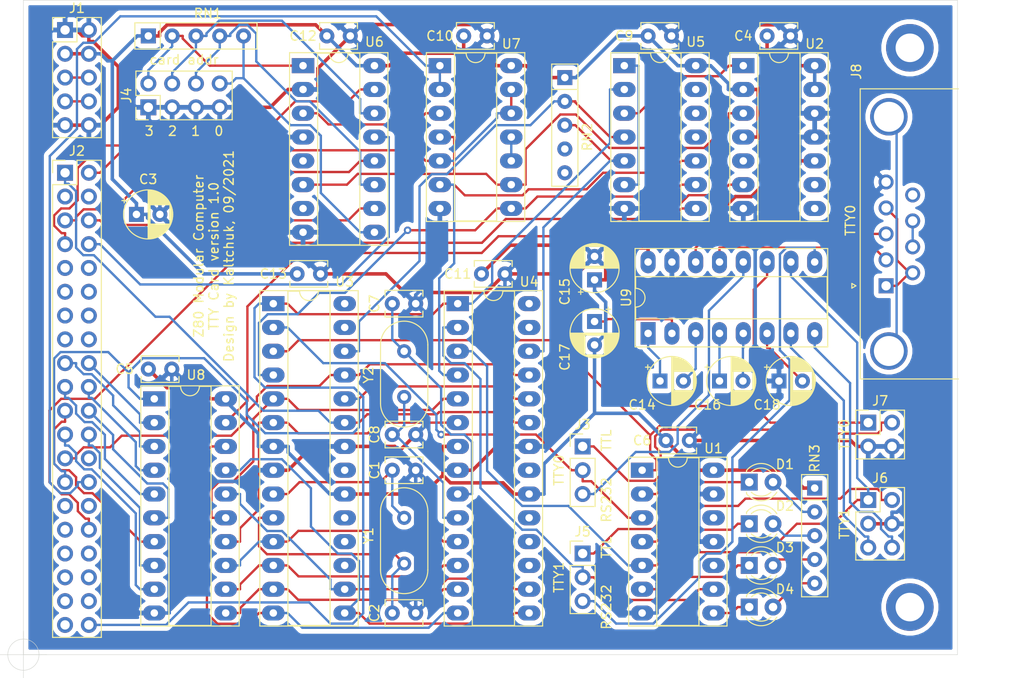
<source format=kicad_pcb>
(kicad_pcb (version 20171130) (host pcbnew "(5.1.4)-1")
  (layers (0 F.Cu signal) (31 B.Cu signal) (34 B.Paste user) (35 F.Paste user) (36 B.SilkS user) (37 F.SilkS user) (38 B.Mask user) (39 F.Mask user) (44 Edge.Cuts user))
  (net 0 "")
  (net 1 GND)
  (net 2 "Net-(C1-Pad1)")
  (net 3 "Net-(C2-Pad1)")
  (net 4 +5V)
  (net 5 "Net-(C7-Pad1)")
  (net 6 "Net-(C8-Pad1)")
  (net 7 "Net-(C14-Pad1)")
  (net 8 "Net-(C14-Pad2)")
  (net 9 "Net-(C16-Pad2)")
  (net 10 "Net-(C16-Pad1)")
  (net 11 "Net-(C17-Pad1)")
  (net 12 "Net-(C18-Pad2)")
  (net 13 "Net-(D1-Pad1)")
  (net 14 "Net-(D1-Pad2)")
  (net 15 "Net-(D2-Pad2)")
  (net 16 "Net-(D2-Pad1)")
  (net 17 "Net-(D3-Pad2)")
  (net 18 "Net-(D3-Pad1)")
  (net 19 "Net-(D4-Pad1)")
  (net 20 "Net-(D4-Pad2)")
  (net 21 /+12V)
  (net 22 /v1)
  (net 23 /a01)
  (net 24 /a00)
  (net 25 /a03)
  (net 26 /a02)
  (net 27 /a05)
  (net 28 /a04)
  (net 29 /a07)
  (net 30 /a06)
  (net 31 /a09)
  (net 32 /a08)
  (net 33 /a11)
  (net 34 /a10)
  (net 35 /a13)
  (net 36 /a12)
  (net 37 /a15)
  (net 38 /a14)
  (net 39 /d01)
  (net 40 /d00)
  (net 41 /d03)
  (net 42 /d02)
  (net 43 /d05)
  (net 44 /d04)
  (net 45 /d07)
  (net 46 /d06)
  (net 47 /wr)
  (net 48 /mreq)
  (net 49 /rd)
  (net 50 /iorq)
  (net 51 /busack)
  (net 52 /busrq)
  (net 53 /halt)
  (net 54 /wait)
  (net 55 /int)
  (net 56 /nmi)
  (net 57 /s1)
  (net 58 /s0)
  (net 59 /m1)
  (net 60 /s2)
  (net 61 /clk)
  (net 62 /reset)
  (net 63 /RX0TTL)
  (net 64 /RX0)
  (net 65 /RX0RS232)
  (net 66 "Net-(J4-Pad2)")
  (net 67 "Net-(J4-Pad4)")
  (net 68 "Net-(J4-Pad6)")
  (net 69 "Net-(J4-Pad8)")
  (net 70 /RX1RS232)
  (net 71 /RX1)
  (net 72 /RX1TTL)
  (net 73 /TX1)
  (net 74 "Net-(J6-Pad5)")
  (net 75 "Net-(J6-Pad6)")
  (net 76 /TX0)
  (net 77 "Net-(J8-Pad1)")
  (net 78 "Net-(J8-Pad2)")
  (net 79 "Net-(J8-Pad3)")
  (net 80 "Net-(J8-Pad7)")
  (net 81 "Net-(J8-Pad9)")
  (net 82 "Net-(J8-Pad0)")
  (net 83 "Net-(RN2-Pad5)")
  (net 84 "Net-(RN2-Pad4)")
  (net 85 /RSM1)
  (net 86 /RSM0)
  (net 87 "Net-(U1-Pad10)")
  (net 88 "Net-(U1-Pad12)")
  (net 89 "Net-(U2-Pad1)")
  (net 90 "Net-(U2-Pad8)")
  (net 91 "Net-(U2-Pad9)")
  (net 92 "Net-(U2-Pad3)")
  (net 93 "Net-(U2-Pad5)")
  (net 94 /B01)
  (net 95 /B02)
  (net 96 "Net-(U3-Pad17)")
  (net 97 /CS0)
  (net 98 "Net-(U3-Pad18)")
  (net 99 /B03)
  (net 100 "Net-(U3-Pad19)")
  (net 101 /B04)
  (net 102 "Net-(U3-Pad21)")
  (net 103 /B05)
  (net 104 /B06)
  (net 105 /B07)
  (net 106 "Net-(U3-Pad27)")
  (net 107 /B00)
  (net 108 "Net-(U3-Pad28)")
  (net 109 "Net-(U4-Pad28)")
  (net 110 "Net-(U4-Pad27)")
  (net 111 "Net-(U4-Pad21)")
  (net 112 "Net-(U4-Pad19)")
  (net 113 "Net-(U4-Pad18)")
  (net 114 /CS1)
  (net 115 "Net-(U4-Pad17)")
  (net 116 "Net-(U5-Pad1)")
  (net 117 "Net-(U5-Pad8)")
  (net 118 "Net-(U6-Pad7)")
  (net 119 "Net-(U6-Pad5)")
  (net 120 "Net-(U6-Pad3)")
  (net 121 "Net-(U7-Pad10)")
  (module Capacitor_THT:C_Disc_D3.8mm_W2.6mm_P2.50mm (layer F.Cu) (at 123.825 128.905)
    (fp_text reference C1 (at -1.905 0 90) (layer F.SilkS))
    (fp_text value 22pF)
    (pad 2 thru_hole circle (at 2.5 0) (size 1.6 1.6) (drill 0.8) (layers *.Cu *.Mask) (net 1 GND))
    (pad 1 thru_hole circle (at 0 0) (size 1.6 1.6) (drill 0.8) (layers *.Cu *.Mask) (net 2 "Net-(C1-Pad1)"))
  )
  (module Capacitor_THT:C_Disc_D3.8mm_W2.6mm_P2.50mm (layer F.Cu) (at 123.825 144.145)
    (fp_text reference C2 (at -1.905 0 90) (layer F.SilkS))
    (fp_text value 22pF)
    (pad 2 thru_hole circle (at 2.5 0) (size 1.6 1.6) (drill 0.8) (layers *.Cu *.Mask) (net 1 GND))
    (pad 1 thru_hole circle (at 0 0) (size 1.6 1.6) (drill 0.8) (layers *.Cu *.Mask) (net 3 "Net-(C2-Pad1)"))
  )
  (module Capacitor_THT:CP_Radial_D5.0mm_P2.50mm (layer F.Cu) (at 96.52 101.6)
    (fp_text reference C3 (at 1.25 -3.75) (layer F.SilkS))
    (fp_text value 10uF)
    (pad 2 thru_hole circle (at 2.5 0) (size 1.6 1.6) (drill 0.8) (layers *.Cu *.Mask) (net 1 GND))
    (pad 1 thru_hole rect (at 0 0) (size 1.6 1.6) (drill 0.8) (layers *.Cu *.Mask) (net 4 +5V))
  )
  (module Capacitor_THT:C_Disc_D3.8mm_W2.6mm_P2.50mm (layer F.Cu) (at 163.83 82.55)
    (fp_text reference C4 (at -2.54 0) (layer F.SilkS))
    (fp_text value 10nF)
    (pad 2 thru_hole circle (at 2.5 0) (size 1.6 1.6) (drill 0.8) (layers *.Cu *.Mask) (net 1 GND))
    (pad 1 thru_hole circle (at 0 0) (size 1.6 1.6) (drill 0.8) (layers *.Cu *.Mask) (net 4 +5V))
  )
  (module Capacitor_THT:C_Disc_D3.8mm_W2.6mm_P2.50mm (layer F.Cu) (at 97.79 118.11)
    (fp_text reference C5 (at -2.54 0) (layer F.SilkS))
    (fp_text value 10nF)
    (pad 1 thru_hole circle (at 0 0) (size 1.6 1.6) (drill 0.8) (layers *.Cu *.Mask) (net 4 +5V))
    (pad 2 thru_hole circle (at 2.5 0) (size 1.6 1.6) (drill 0.8) (layers *.Cu *.Mask) (net 1 GND))
  )
  (module Capacitor_THT:C_Disc_D3.8mm_W2.6mm_P2.50mm (layer F.Cu) (at 153.035 125.73)
    (fp_text reference C6 (at -2.54 0) (layer F.SilkS))
    (fp_text value 10nF)
    (pad 1 thru_hole circle (at 0 0) (size 1.6 1.6) (drill 0.8) (layers *.Cu *.Mask) (net 4 +5V))
    (pad 2 thru_hole circle (at 2.5 0) (size 1.6 1.6) (drill 0.8) (layers *.Cu *.Mask) (net 1 GND))
  )
  (module Capacitor_THT:C_Disc_D3.8mm_W2.6mm_P2.50mm (layer F.Cu) (at 123.825 111.125)
    (fp_text reference C7 (at -1.905 0 90) (layer F.SilkS))
    (fp_text value 22pF)
    (pad 1 thru_hole circle (at 0 0) (size 1.6 1.6) (drill 0.8) (layers *.Cu *.Mask) (net 5 "Net-(C7-Pad1)"))
    (pad 2 thru_hole circle (at 2.5 0) (size 1.6 1.6) (drill 0.8) (layers *.Cu *.Mask) (net 1 GND))
  )
  (module Capacitor_THT:C_Disc_D3.8mm_W2.6mm_P2.50mm (layer F.Cu) (at 123.825 125.095)
    (fp_text reference C8 (at -1.905 0 90) (layer F.SilkS))
    (fp_text value 22pF)
    (pad 2 thru_hole circle (at 2.5 0) (size 1.6 1.6) (drill 0.8) (layers *.Cu *.Mask) (net 1 GND))
    (pad 1 thru_hole circle (at 0 0) (size 1.6 1.6) (drill 0.8) (layers *.Cu *.Mask) (net 6 "Net-(C8-Pad1)"))
  )
  (module Capacitor_THT:C_Disc_D3.8mm_W2.6mm_P2.50mm (layer F.Cu) (at 151.13 82.55)
    (fp_text reference C9 (at -2.54 0) (layer F.SilkS))
    (fp_text value 10nF)
    (pad 1 thru_hole circle (at 0 0) (size 1.6 1.6) (drill 0.8) (layers *.Cu *.Mask) (net 4 +5V))
    (pad 2 thru_hole circle (at 2.5 0) (size 1.6 1.6) (drill 0.8) (layers *.Cu *.Mask) (net 1 GND))
  )
  (module Capacitor_THT:C_Disc_D3.8mm_W2.6mm_P2.50mm (layer F.Cu) (at 131.445 82.55)
    (fp_text reference C10 (at -2.54 0) (layer F.SilkS))
    (fp_text value 10nF)
    (pad 1 thru_hole circle (at 0 0) (size 1.6 1.6) (drill 0.8) (layers *.Cu *.Mask) (net 4 +5V))
    (pad 2 thru_hole circle (at 2.5 0) (size 1.6 1.6) (drill 0.8) (layers *.Cu *.Mask) (net 1 GND))
  )
  (module Capacitor_THT:C_Disc_D3.8mm_W2.6mm_P2.50mm (layer F.Cu) (at 133.35 107.95)
    (fp_text reference C11 (at -2.54 0) (layer F.SilkS))
    (fp_text value 10nF)
    (pad 2 thru_hole circle (at 2.5 0) (size 1.6 1.6) (drill 0.8) (layers *.Cu *.Mask) (net 1 GND))
    (pad 1 thru_hole circle (at 0 0) (size 1.6 1.6) (drill 0.8) (layers *.Cu *.Mask) (net 4 +5V))
  )
  (module Capacitor_THT:C_Disc_D3.8mm_W2.6mm_P2.50mm (layer F.Cu) (at 116.84 82.55)
    (fp_text reference C12 (at -2.54 0) (layer F.SilkS))
    (fp_text value 10nF)
    (pad 1 thru_hole circle (at 0 0) (size 1.6 1.6) (drill 0.8) (layers *.Cu *.Mask) (net 4 +5V))
    (pad 2 thru_hole circle (at 2.5 0) (size 1.6 1.6) (drill 0.8) (layers *.Cu *.Mask) (net 1 GND))
  )
  (module Capacitor_THT:C_Disc_D3.8mm_W2.6mm_P2.50mm (layer F.Cu) (at 113.665 107.95)
    (fp_text reference C13 (at -2.54 0) (layer F.SilkS))
    (fp_text value 10nF)
    (pad 2 thru_hole circle (at 2.5 0) (size 1.6 1.6) (drill 0.8) (layers *.Cu *.Mask) (net 1 GND))
    (pad 1 thru_hole circle (at 0 0) (size 1.6 1.6) (drill 0.8) (layers *.Cu *.Mask) (net 4 +5V))
  )
  (module Capacitor_THT:CP_Radial_D5.0mm_P2.50mm (layer F.Cu) (at 152.4 119.38)
    (fp_text reference C14 (at -1.905 2.54) (layer F.SilkS))
    (fp_text value 1uF)
    (pad 1 thru_hole rect (at 0 0) (size 1.6 1.6) (drill 0.8) (layers *.Cu *.Mask) (net 7 "Net-(C14-Pad1)"))
    (pad 2 thru_hole circle (at 2.5 0) (size 1.6 1.6) (drill 0.8) (layers *.Cu *.Mask) (net 8 "Net-(C14-Pad2)"))
  )
  (module Capacitor_THT:CP_Radial_D5.0mm_P2.50mm (layer F.Cu) (at 145.415 108.585 90)
    (fp_text reference C15 (at -1.27 -3.175 90) (layer F.SilkS))
    (fp_text value 1uF)
    (pad 2 thru_hole circle (at 2.5 0 90) (size 1.6 1.6) (drill 0.8) (layers *.Cu *.Mask) (net 1 GND))
    (pad 1 thru_hole rect (at 0 0 90) (size 1.6 1.6) (drill 0.8) (layers *.Cu *.Mask) (net 4 +5V))
  )
  (module Capacitor_THT:CP_Radial_D5.0mm_P2.50mm (layer F.Cu) (at 158.75 119.38)
    (fp_text reference C16 (at -1.27 2.54) (layer F.SilkS))
    (fp_text value 1uF)
    (pad 2 thru_hole circle (at 2.5 0) (size 1.6 1.6) (drill 0.8) (layers *.Cu *.Mask) (net 9 "Net-(C16-Pad2)"))
    (pad 1 thru_hole rect (at 0 0) (size 1.6 1.6) (drill 0.8) (layers *.Cu *.Mask) (net 10 "Net-(C16-Pad1)"))
  )
  (module Capacitor_THT:CP_Radial_D5.0mm_P2.50mm (layer F.Cu) (at 145.415 113.03 270)
    (fp_text reference C17 (at 3.81 3.175 90) (layer F.SilkS))
    (fp_text value 1uF)
    (pad 1 thru_hole rect (at 0 0 270) (size 1.6 1.6) (drill 0.8) (layers *.Cu *.Mask) (net 11 "Net-(C17-Pad1)"))
    (pad 2 thru_hole circle (at 2.5 0 270) (size 1.6 1.6) (drill 0.8) (layers *.Cu *.Mask) (net 4 +5V))
  )
  (module Capacitor_THT:CP_Radial_D5.0mm_P2.50mm (layer F.Cu) (at 165.1 119.38)
    (fp_text reference C18 (at -1.27 2.54) (layer F.SilkS))
    (fp_text value 1uF)
    (pad 1 thru_hole rect (at 0 0) (size 1.6 1.6) (drill 0.8) (layers *.Cu *.Mask) (net 1 GND))
    (pad 2 thru_hole circle (at 2.5 0) (size 1.6 1.6) (drill 0.8) (layers *.Cu *.Mask) (net 12 "Net-(C18-Pad2)"))
  )
  (module LED_THT:LED_D3.0mm (layer F.Cu) (at 161.925 130.175)
    (fp_text reference D1 (at 3.81 -1.905) (layer F.SilkS))
    (fp_text value LED)
    (pad 1 thru_hole rect (at 0 0) (size 1.8 1.8) (drill 0.9) (layers *.Cu *.Mask) (net 13 "Net-(D1-Pad1)"))
    (pad 2 thru_hole circle (at 2.54 0) (size 1.8 1.8) (drill 0.9) (layers *.Cu *.Mask) (net 14 "Net-(D1-Pad2)"))
  )
  (module LED_THT:LED_D3.0mm (layer F.Cu) (at 161.925 134.62)
    (fp_text reference D2 (at 3.81 -1.905) (layer F.SilkS))
    (fp_text value LED)
    (pad 2 thru_hole circle (at 2.54 0) (size 1.8 1.8) (drill 0.9) (layers *.Cu *.Mask) (net 15 "Net-(D2-Pad2)"))
    (pad 1 thru_hole rect (at 0 0) (size 1.8 1.8) (drill 0.9) (layers *.Cu *.Mask) (net 16 "Net-(D2-Pad1)"))
  )
  (module LED_THT:LED_D3.0mm (layer F.Cu) (at 161.925 139.065)
    (fp_text reference D3 (at 3.81 -1.905) (layer F.SilkS))
    (fp_text value LED)
    (pad 2 thru_hole circle (at 2.54 0) (size 1.8 1.8) (drill 0.9) (layers *.Cu *.Mask) (net 17 "Net-(D3-Pad2)"))
    (pad 1 thru_hole rect (at 0 0) (size 1.8 1.8) (drill 0.9) (layers *.Cu *.Mask) (net 18 "Net-(D3-Pad1)"))
  )
  (module LED_THT:LED_D3.0mm (layer F.Cu) (at 161.925 143.51)
    (fp_text reference D4 (at 3.81 -1.905) (layer F.SilkS))
    (fp_text value LED)
    (pad 1 thru_hole rect (at 0 0) (size 1.8 1.8) (drill 0.9) (layers *.Cu *.Mask) (net 19 "Net-(D4-Pad1)"))
    (pad 2 thru_hole circle (at 2.54 0) (size 1.8 1.8) (drill 0.9) (layers *.Cu *.Mask) (net 20 "Net-(D4-Pad2)"))
  )
  (module Connector_PinHeader_2.54mm:PinHeader_2x05_P2.54mm_Vertical (layer F.Cu) (at 88.9 81.915)
    (fp_text reference J1 (at 1.27 -2.33) (layer F.SilkS))
    (fp_text value "Power Bus")
    (pad 1 thru_hole rect (at 0 0) (size 1.7 1.7) (drill 1) (layers *.Cu *.Mask) (net 1 GND))
    (pad 2 thru_hole oval (at 2.54 0) (size 1.7 1.7) (drill 1) (layers *.Cu *.Mask) (net 1 GND))
    (pad 3 thru_hole oval (at 0 2.54) (size 1.7 1.7) (drill 1) (layers *.Cu *.Mask) (net 4 +5V))
    (pad 4 thru_hole oval (at 2.54 2.54) (size 1.7 1.7) (drill 1) (layers *.Cu *.Mask) (net 4 +5V))
    (pad 5 thru_hole oval (at 0 5.08) (size 1.7 1.7) (drill 1) (layers *.Cu *.Mask) (net 21 /+12V))
    (pad 6 thru_hole oval (at 2.54 5.08) (size 1.7 1.7) (drill 1) (layers *.Cu *.Mask) (net 21 /+12V))
    (pad 7 thru_hole oval (at 0 7.62) (size 1.7 1.7) (drill 1) (layers *.Cu *.Mask) (net 22 /v1))
    (pad 8 thru_hole oval (at 2.54 7.62) (size 1.7 1.7) (drill 1) (layers *.Cu *.Mask) (net 22 /v1))
    (pad 9 thru_hole oval (at 0 10.16) (size 1.7 1.7) (drill 1) (layers *.Cu *.Mask) (net 1 GND))
    (pad 10 thru_hole oval (at 2.54 10.16) (size 1.7 1.7) (drill 1) (layers *.Cu *.Mask) (net 1 GND))
  )
  (module Connector_PinHeader_2.54mm:PinHeader_2x20_P2.54mm_Vertical (layer F.Cu) (at 88.9 97.155)
    (fp_text reference J2 (at 1.27 -2.33) (layer F.SilkS))
    (fp_text value "Signal Buss")
    (pad 1 thru_hole rect (at 0 0) (size 1.7 1.7) (drill 1) (layers *.Cu *.Mask) (net 23 /a01))
    (pad 2 thru_hole oval (at 2.54 0) (size 1.7 1.7) (drill 1) (layers *.Cu *.Mask) (net 24 /a00))
    (pad 3 thru_hole oval (at 0 2.54) (size 1.7 1.7) (drill 1) (layers *.Cu *.Mask) (net 25 /a03))
    (pad 4 thru_hole oval (at 2.54 2.54) (size 1.7 1.7) (drill 1) (layers *.Cu *.Mask) (net 26 /a02))
    (pad 5 thru_hole oval (at 0 5.08) (size 1.7 1.7) (drill 1) (layers *.Cu *.Mask) (net 27 /a05))
    (pad 6 thru_hole oval (at 2.54 5.08) (size 1.7 1.7) (drill 1) (layers *.Cu *.Mask) (net 28 /a04))
    (pad 7 thru_hole oval (at 0 7.62) (size 1.7 1.7) (drill 1) (layers *.Cu *.Mask) (net 29 /a07))
    (pad 8 thru_hole oval (at 2.54 7.62) (size 1.7 1.7) (drill 1) (layers *.Cu *.Mask) (net 30 /a06))
    (pad 9 thru_hole oval (at 0 10.16) (size 1.7 1.7) (drill 1) (layers *.Cu *.Mask) (net 31 /a09))
    (pad 10 thru_hole oval (at 2.54 10.16) (size 1.7 1.7) (drill 1) (layers *.Cu *.Mask) (net 32 /a08))
    (pad 11 thru_hole oval (at 0 12.7) (size 1.7 1.7) (drill 1) (layers *.Cu *.Mask) (net 33 /a11))
    (pad 12 thru_hole oval (at 2.54 12.7) (size 1.7 1.7) (drill 1) (layers *.Cu *.Mask) (net 34 /a10))
    (pad 13 thru_hole oval (at 0 15.24) (size 1.7 1.7) (drill 1) (layers *.Cu *.Mask) (net 35 /a13))
    (pad 14 thru_hole oval (at 2.54 15.24) (size 1.7 1.7) (drill 1) (layers *.Cu *.Mask) (net 36 /a12))
    (pad 15 thru_hole oval (at 0 17.78) (size 1.7 1.7) (drill 1) (layers *.Cu *.Mask) (net 37 /a15))
    (pad 16 thru_hole oval (at 2.54 17.78) (size 1.7 1.7) (drill 1) (layers *.Cu *.Mask) (net 38 /a14))
    (pad 17 thru_hole oval (at 0 20.32) (size 1.7 1.7) (drill 1) (layers *.Cu *.Mask) (net 39 /d01))
    (pad 18 thru_hole oval (at 2.54 20.32) (size 1.7 1.7) (drill 1) (layers *.Cu *.Mask) (net 40 /d00))
    (pad 19 thru_hole oval (at 0 22.86) (size 1.7 1.7) (drill 1) (layers *.Cu *.Mask) (net 41 /d03))
    (pad 20 thru_hole oval (at 2.54 22.86) (size 1.7 1.7) (drill 1) (layers *.Cu *.Mask) (net 42 /d02))
    (pad 21 thru_hole oval (at 0 25.4) (size 1.7 1.7) (drill 1) (layers *.Cu *.Mask) (net 43 /d05))
    (pad 22 thru_hole oval (at 2.54 25.4) (size 1.7 1.7) (drill 1) (layers *.Cu *.Mask) (net 44 /d04))
    (pad 23 thru_hole oval (at 0 27.94) (size 1.7 1.7) (drill 1) (layers *.Cu *.Mask) (net 45 /d07))
    (pad 24 thru_hole oval (at 2.54 27.94) (size 1.7 1.7) (drill 1) (layers *.Cu *.Mask) (net 46 /d06))
    (pad 25 thru_hole oval (at 0 30.48) (size 1.7 1.7) (drill 1) (layers *.Cu *.Mask) (net 47 /wr))
    (pad 26 thru_hole oval (at 2.54 30.48) (size 1.7 1.7) (drill 1) (layers *.Cu *.Mask) (net 48 /mreq))
    (pad 27 thru_hole oval (at 0 33.02) (size 1.7 1.7) (drill 1) (layers *.Cu *.Mask) (net 49 /rd))
    (pad 28 thru_hole oval (at 2.54 33.02) (size 1.7 1.7) (drill 1) (layers *.Cu *.Mask) (net 50 /iorq))
    (pad 29 thru_hole oval (at 0 35.56) (size 1.7 1.7) (drill 1) (layers *.Cu *.Mask) (net 51 /busack))
    (pad 30 thru_hole oval (at 2.54 35.56) (size 1.7 1.7) (drill 1) (layers *.Cu *.Mask) (net 52 /busrq))
    (pad 31 thru_hole oval (at 0 38.1) (size 1.7 1.7) (drill 1) (layers *.Cu *.Mask) (net 53 /halt))
    (pad 32 thru_hole oval (at 2.54 38.1) (size 1.7 1.7) (drill 1) (layers *.Cu *.Mask) (net 54 /wait))
    (pad 33 thru_hole oval (at 0 40.64) (size 1.7 1.7) (drill 1) (layers *.Cu *.Mask) (net 55 /int))
    (pad 34 thru_hole oval (at 2.54 40.64) (size 1.7 1.7) (drill 1) (layers *.Cu *.Mask) (net 56 /nmi))
    (pad 35 thru_hole oval (at 0 43.18) (size 1.7 1.7) (drill 1) (layers *.Cu *.Mask) (net 57 /s1))
    (pad 36 thru_hole oval (at 2.54 43.18) (size 1.7 1.7) (drill 1) (layers *.Cu *.Mask) (net 58 /s0))
    (pad 37 thru_hole oval (at 0 45.72) (size 1.7 1.7) (drill 1) (layers *.Cu *.Mask) (net 59 /m1))
    (pad 38 thru_hole oval (at 2.54 45.72) (size 1.7 1.7) (drill 1) (layers *.Cu *.Mask) (net 60 /s2))
    (pad 39 thru_hole oval (at 0 48.26) (size 1.7 1.7) (drill 1) (layers *.Cu *.Mask) (net 61 /clk))
    (pad 40 thru_hole oval (at 2.54 48.26) (size 1.7 1.7) (drill 1) (layers *.Cu *.Mask) (net 62 /reset))
  )
  (module Connector_PinHeader_2.54mm:PinHeader_1x03_P2.54mm_Vertical (layer F.Cu) (at 144.145 126.365)
    (fp_text reference J3 (at 0 -2.33) (layer F.SilkS))
    (fp_text value TTL/RS232)
    (pad 1 thru_hole rect (at 0 0) (size 1.7 1.7) (drill 1) (layers *.Cu *.Mask) (net 63 /RX0TTL))
    (pad 2 thru_hole oval (at 0 2.54) (size 1.7 1.7) (drill 1) (layers *.Cu *.Mask) (net 64 /RX0))
    (pad 3 thru_hole oval (at 0 5.08) (size 1.7 1.7) (drill 1) (layers *.Cu *.Mask) (net 65 /RX0RS232))
  )
  (module Connector_PinHeader_2.54mm:PinHeader_2x04_P2.54mm_Vertical (layer F.Cu) (at 97.79 90.17 90)
    (fp_text reference J4 (at 1.27 -2.33 90) (layer F.SilkS))
    (fp_text value "Card addr")
    (pad 1 thru_hole rect (at 0 0 90) (size 1.7 1.7) (drill 1) (layers *.Cu *.Mask) (net 1 GND))
    (pad 2 thru_hole oval (at 2.54 0 90) (size 1.7 1.7) (drill 1) (layers *.Cu *.Mask) (net 66 "Net-(J4-Pad2)"))
    (pad 3 thru_hole oval (at 0 2.54 90) (size 1.7 1.7) (drill 1) (layers *.Cu *.Mask) (net 1 GND))
    (pad 4 thru_hole oval (at 2.54 2.54 90) (size 1.7 1.7) (drill 1) (layers *.Cu *.Mask) (net 67 "Net-(J4-Pad4)"))
    (pad 5 thru_hole oval (at 0 5.08 90) (size 1.7 1.7) (drill 1) (layers *.Cu *.Mask) (net 1 GND))
    (pad 6 thru_hole oval (at 2.54 5.08 90) (size 1.7 1.7) (drill 1) (layers *.Cu *.Mask) (net 68 "Net-(J4-Pad6)"))
    (pad 7 thru_hole oval (at 0 7.62 90) (size 1.7 1.7) (drill 1) (layers *.Cu *.Mask) (net 1 GND))
    (pad 8 thru_hole oval (at 2.54 7.62 90) (size 1.7 1.7) (drill 1) (layers *.Cu *.Mask) (net 69 "Net-(J4-Pad8)"))
  )
  (module Connector_PinHeader_2.54mm:PinHeader_1x03_P2.54mm_Vertical (layer F.Cu) (at 144.145 137.795)
    (fp_text reference J5 (at 0 -2.33) (layer F.SilkS))
    (fp_text value TTL/RS232)
    (pad 3 thru_hole oval (at 0 5.08) (size 1.7 1.7) (drill 1) (layers *.Cu *.Mask) (net 70 /RX1RS232))
    (pad 2 thru_hole oval (at 0 2.54) (size 1.7 1.7) (drill 1) (layers *.Cu *.Mask) (net 71 /RX1))
    (pad 1 thru_hole rect (at 0 0) (size 1.7 1.7) (drill 1) (layers *.Cu *.Mask) (net 72 /RX1TTL))
  )
  (module Connector_PinHeader_2.54mm:PinHeader_2x03_P2.54mm_Vertical (layer F.Cu) (at 174.625 132.08)
    (fp_text reference J6 (at 1.27 -2.33) (layer F.SilkS))
    (fp_text value TTY1)
    (pad 1 thru_hole rect (at 0 0) (size 1.7 1.7) (drill 1) (layers *.Cu *.Mask) (net 73 /TX1))
    (pad 2 thru_hole oval (at 2.54 0) (size 1.7 1.7) (drill 1) (layers *.Cu *.Mask) (net 72 /RX1TTL))
    (pad 3 thru_hole oval (at 0 2.54) (size 1.7 1.7) (drill 1) (layers *.Cu *.Mask) (net 1 GND))
    (pad 4 thru_hole oval (at 2.54 2.54) (size 1.7 1.7) (drill 1) (layers *.Cu *.Mask) (net 1 GND))
    (pad 5 thru_hole oval (at 0 5.08) (size 1.7 1.7) (drill 1) (layers *.Cu *.Mask) (net 74 "Net-(J6-Pad5)"))
    (pad 6 thru_hole oval (at 2.54 5.08) (size 1.7 1.7) (drill 1) (layers *.Cu *.Mask) (net 75 "Net-(J6-Pad6)"))
  )
  (module Connector_PinHeader_2.54mm:PinHeader_2x02_P2.54mm_Vertical (layer F.Cu) (at 174.625 123.825)
    (fp_text reference J7 (at 1.27 -2.33) (layer F.SilkS))
    (fp_text value TTY0)
    (pad 1 thru_hole rect (at 0 0) (size 1.7 1.7) (drill 1) (layers *.Cu *.Mask) (net 76 /TX0))
    (pad 2 thru_hole oval (at 2.54 0) (size 1.7 1.7) (drill 1) (layers *.Cu *.Mask) (net 63 /RX0TTL))
    (pad 3 thru_hole oval (at 0 2.54) (size 1.7 1.7) (drill 1) (layers *.Cu *.Mask) (net 1 GND))
    (pad 4 thru_hole oval (at 2.54 2.54) (size 1.7 1.7) (drill 1) (layers *.Cu *.Mask) (net 1 GND))
  )
  (module Connector_Dsub:DSUB-9_Male_Horizontal_P2.77x2.84mm_EdgePinOffset4.94mm_Housed_MountingHolesOffset7.48mm (layer F.Cu) (at 176.53 109.22 90)
    (fp_text reference J8 (at 22.86 -3.175 90) (layer F.SilkS))
    (fp_text value DB9)
    (pad 1 thru_hole rect (at 0 0 90) (size 1.6 1.6) (drill 1) (layers *.Cu *.Mask) (net 77 "Net-(J8-Pad1)"))
    (pad 2 thru_hole circle (at 2.77 0 90) (size 1.6 1.6) (drill 1) (layers *.Cu *.Mask) (net 78 "Net-(J8-Pad2)"))
    (pad 3 thru_hole circle (at 5.54 0 90) (size 1.6 1.6) (drill 1) (layers *.Cu *.Mask) (net 79 "Net-(J8-Pad3)"))
    (pad 4 thru_hole circle (at 8.31 0 90) (size 1.6 1.6) (drill 1) (layers *.Cu *.Mask) (net 77 "Net-(J8-Pad1)"))
    (pad 5 thru_hole circle (at 11.08 0 90) (size 1.6 1.6) (drill 1) (layers *.Cu *.Mask) (net 1 GND))
    (pad 6 thru_hole circle (at 1.385 2.84 90) (size 1.6 1.6) (drill 1) (layers *.Cu *.Mask) (net 77 "Net-(J8-Pad1)"))
    (pad 7 thru_hole circle (at 4.155 2.84 90) (size 1.6 1.6) (drill 1) (layers *.Cu *.Mask) (net 80 "Net-(J8-Pad7)"))
    (pad 8 thru_hole circle (at 6.925 2.84 90) (size 1.6 1.6) (drill 1) (layers *.Cu *.Mask) (net 80 "Net-(J8-Pad7)"))
    (pad 9 thru_hole circle (at 9.695 2.84 90) (size 1.6 1.6) (drill 1) (layers *.Cu *.Mask) (net 81 "Net-(J8-Pad9)"))
    (pad 0 thru_hole circle (at -6.96 0.3 90) (size 4 4) (drill 3.2) (layers *.Cu *.Mask) (net 82 "Net-(J8-Pad0)"))
    (pad 0 thru_hole circle (at 18.04 0.3 90) (size 4 4) (drill 3.2) (layers *.Cu *.Mask) (net 82 "Net-(J8-Pad0)"))
  )
  (module Resistor_THT:R_Array_SIP5 (layer F.Cu) (at 97.79 82.55)
    (fp_text reference RN1 (at 6.35 -2.4) (layer F.SilkS))
    (fp_text value 4x10k)
    (pad 1 thru_hole rect (at 0 0) (size 1.6 1.6) (drill 0.8) (layers *.Cu *.Mask) (net 4 +5V))
    (pad 2 thru_hole oval (at 2.54 0) (size 1.6 1.6) (drill 0.8) (layers *.Cu *.Mask) (net 66 "Net-(J4-Pad2)"))
    (pad 3 thru_hole oval (at 5.08 0) (size 1.6 1.6) (drill 0.8) (layers *.Cu *.Mask) (net 67 "Net-(J4-Pad4)"))
    (pad 4 thru_hole oval (at 7.62 0) (size 1.6 1.6) (drill 0.8) (layers *.Cu *.Mask) (net 68 "Net-(J4-Pad6)"))
    (pad 5 thru_hole oval (at 10.16 0) (size 1.6 1.6) (drill 0.8) (layers *.Cu *.Mask) (net 69 "Net-(J4-Pad8)"))
  )
  (module Resistor_THT:R_Array_SIP5 (layer F.Cu) (at 142.24 86.995 270)
    (fp_text reference RN2 (at 6.35 -2.4 90) (layer F.SilkS))
    (fp_text value 4x10k)
    (pad 5 thru_hole oval (at 10.16 0 270) (size 1.6 1.6) (drill 0.8) (layers *.Cu *.Mask) (net 83 "Net-(RN2-Pad5)"))
    (pad 4 thru_hole oval (at 7.62 0 270) (size 1.6 1.6) (drill 0.8) (layers *.Cu *.Mask) (net 84 "Net-(RN2-Pad4)"))
    (pad 3 thru_hole oval (at 5.08 0 270) (size 1.6 1.6) (drill 0.8) (layers *.Cu *.Mask) (net 85 /RSM1))
    (pad 2 thru_hole oval (at 2.54 0 270) (size 1.6 1.6) (drill 0.8) (layers *.Cu *.Mask) (net 86 /RSM0))
    (pad 1 thru_hole rect (at 0 0 270) (size 1.6 1.6) (drill 0.8) (layers *.Cu *.Mask) (net 4 +5V))
  )
  (module Resistor_THT:R_Array_SIP5 (layer F.Cu) (at 168.91 130.81 270)
    (fp_text reference RN3 (at -3.175 0 90) (layer F.SilkS))
    (fp_text value 4x220)
    (pad 1 thru_hole rect (at 0 0 270) (size 1.6 1.6) (drill 0.8) (layers *.Cu *.Mask) (net 4 +5V))
    (pad 2 thru_hole oval (at 2.54 0 270) (size 1.6 1.6) (drill 0.8) (layers *.Cu *.Mask) (net 14 "Net-(D1-Pad2)"))
    (pad 3 thru_hole oval (at 5.08 0 270) (size 1.6 1.6) (drill 0.8) (layers *.Cu *.Mask) (net 15 "Net-(D2-Pad2)"))
    (pad 4 thru_hole oval (at 7.62 0 270) (size 1.6 1.6) (drill 0.8) (layers *.Cu *.Mask) (net 17 "Net-(D3-Pad2)"))
    (pad 5 thru_hole oval (at 10.16 0 270) (size 1.6 1.6) (drill 0.8) (layers *.Cu *.Mask) (net 20 "Net-(D4-Pad2)"))
  )
  (module Package_DIP:DIP-14_W7.62mm_Socket_LongPads (layer F.Cu) (at 150.495 128.905)
    (fp_text reference U1 (at 7.62 -2.33) (layer F.SilkS))
    (fp_text value 74LS07)
    (pad 1 thru_hole rect (at 0 0) (size 2.4 1.6) (drill 0.8) (layers *.Cu *.Mask) (net 76 /TX0))
    (pad 8 thru_hole oval (at 7.62 15.24) (size 2.4 1.6) (drill 0.8) (layers *.Cu *.Mask) (net 19 "Net-(D4-Pad1)"))
    (pad 2 thru_hole oval (at 0 2.54) (size 2.4 1.6) (drill 0.8) (layers *.Cu *.Mask) (net 13 "Net-(D1-Pad1)"))
    (pad 9 thru_hole oval (at 7.62 12.7) (size 2.4 1.6) (drill 0.8) (layers *.Cu *.Mask) (net 71 /RX1))
    (pad 3 thru_hole oval (at 0 5.08) (size 2.4 1.6) (drill 0.8) (layers *.Cu *.Mask) (net 64 /RX0))
    (pad 10 thru_hole oval (at 7.62 10.16) (size 2.4 1.6) (drill 0.8) (layers *.Cu *.Mask) (net 87 "Net-(U1-Pad10)"))
    (pad 4 thru_hole oval (at 0 7.62) (size 2.4 1.6) (drill 0.8) (layers *.Cu *.Mask) (net 16 "Net-(D2-Pad1)"))
    (pad 11 thru_hole oval (at 7.62 7.62) (size 2.4 1.6) (drill 0.8) (layers *.Cu *.Mask) (net 1 GND))
    (pad 5 thru_hole oval (at 0 10.16) (size 2.4 1.6) (drill 0.8) (layers *.Cu *.Mask) (net 73 /TX1))
    (pad 12 thru_hole oval (at 7.62 5.08) (size 2.4 1.6) (drill 0.8) (layers *.Cu *.Mask) (net 88 "Net-(U1-Pad12)"))
    (pad 6 thru_hole oval (at 0 12.7) (size 2.4 1.6) (drill 0.8) (layers *.Cu *.Mask) (net 18 "Net-(D3-Pad1)"))
    (pad 13 thru_hole oval (at 7.62 2.54) (size 2.4 1.6) (drill 0.8) (layers *.Cu *.Mask) (net 1 GND))
    (pad 7 thru_hole oval (at 0 15.24) (size 2.4 1.6) (drill 0.8) (layers *.Cu *.Mask) (net 1 GND))
    (pad 14 thru_hole oval (at 7.62 0) (size 2.4 1.6) (drill 0.8) (layers *.Cu *.Mask) (net 4 +5V))
  )
  (module Package_DIP:DIP-14_W7.62mm_Socket_LongPads (layer F.Cu) (at 161.29 85.725)
    (fp_text reference U2 (at 7.62 -2.33) (layer F.SilkS))
    (fp_text value 74LS74)
    (pad 1 thru_hole rect (at 0 0) (size 2.4 1.6) (drill 0.8) (layers *.Cu *.Mask) (net 89 "Net-(U2-Pad1)"))
    (pad 8 thru_hole oval (at 7.62 15.24) (size 2.4 1.6) (drill 0.8) (layers *.Cu *.Mask) (net 90 "Net-(U2-Pad8)"))
    (pad 2 thru_hole oval (at 0 2.54) (size 2.4 1.6) (drill 0.8) (layers *.Cu *.Mask) (net 4 +5V))
    (pad 9 thru_hole oval (at 7.62 12.7) (size 2.4 1.6) (drill 0.8) (layers *.Cu *.Mask) (net 91 "Net-(U2-Pad9)"))
    (pad 3 thru_hole oval (at 0 5.08) (size 2.4 1.6) (drill 0.8) (layers *.Cu *.Mask) (net 92 "Net-(U2-Pad3)"))
    (pad 10 thru_hole oval (at 7.62 10.16) (size 2.4 1.6) (drill 0.8) (layers *.Cu *.Mask) (net 4 +5V))
    (pad 4 thru_hole oval (at 0 7.62) (size 2.4 1.6) (drill 0.8) (layers *.Cu *.Mask) (net 4 +5V))
    (pad 11 thru_hole oval (at 7.62 7.62) (size 2.4 1.6) (drill 0.8) (layers *.Cu *.Mask) (net 1 GND))
    (pad 5 thru_hole oval (at 0 10.16) (size 2.4 1.6) (drill 0.8) (layers *.Cu *.Mask) (net 93 "Net-(U2-Pad5)"))
    (pad 12 thru_hole oval (at 7.62 5.08) (size 2.4 1.6) (drill 0.8) (layers *.Cu *.Mask) (net 1 GND))
    (pad 6 thru_hole oval (at 0 12.7) (size 2.4 1.6) (drill 0.8) (layers *.Cu *.Mask) (net 54 /wait))
    (pad 13 thru_hole oval (at 7.62 2.54) (size 2.4 1.6) (drill 0.8) (layers *.Cu *.Mask) (net 4 +5V))
    (pad 7 thru_hole oval (at 0 15.24) (size 2.4 1.6) (drill 0.8) (layers *.Cu *.Mask) (net 1 GND))
    (pad 14 thru_hole oval (at 7.62 0) (size 2.4 1.6) (drill 0.8) (layers *.Cu *.Mask) (net 4 +5V))
  )
  (module Package_DIP:DIP-28_W7.62mm_Socket_LongPads (layer F.Cu) (at 111.125 111.125)
    (fp_text reference U3 (at 7.62 -2.33) (layer F.SilkS))
    (fp_text value ATmega328P-PU)
    (pad 1 thru_hole rect (at 0 0) (size 2.4 1.6) (drill 0.8) (layers *.Cu *.Mask) (net 62 /reset))
    (pad 15 thru_hole oval (at 7.62 33.02) (size 2.4 1.6) (drill 0.8) (layers *.Cu *.Mask) (net 94 /B01))
    (pad 2 thru_hole oval (at 0 2.54) (size 2.4 1.6) (drill 0.8) (layers *.Cu *.Mask) (net 64 /RX0))
    (pad 16 thru_hole oval (at 7.62 30.48) (size 2.4 1.6) (drill 0.8) (layers *.Cu *.Mask) (net 95 /B02))
    (pad 3 thru_hole oval (at 0 5.08) (size 2.4 1.6) (drill 0.8) (layers *.Cu *.Mask) (net 76 /TX0))
    (pad 17 thru_hole oval (at 7.62 27.94) (size 2.4 1.6) (drill 0.8) (layers *.Cu *.Mask) (net 96 "Net-(U3-Pad17)"))
    (pad 4 thru_hole oval (at 0 7.62) (size 2.4 1.6) (drill 0.8) (layers *.Cu *.Mask) (net 97 /CS0))
    (pad 18 thru_hole oval (at 7.62 25.4) (size 2.4 1.6) (drill 0.8) (layers *.Cu *.Mask) (net 98 "Net-(U3-Pad18)"))
    (pad 5 thru_hole oval (at 0 10.16) (size 2.4 1.6) (drill 0.8) (layers *.Cu *.Mask) (net 99 /B03))
    (pad 19 thru_hole oval (at 7.62 22.86) (size 2.4 1.6) (drill 0.8) (layers *.Cu *.Mask) (net 100 "Net-(U3-Pad19)"))
    (pad 6 thru_hole oval (at 0 12.7) (size 2.4 1.6) (drill 0.8) (layers *.Cu *.Mask) (net 101 /B04))
    (pad 20 thru_hole oval (at 7.62 20.32) (size 2.4 1.6) (drill 0.8) (layers *.Cu *.Mask) (net 4 +5V))
    (pad 7 thru_hole oval (at 0 15.24) (size 2.4 1.6) (drill 0.8) (layers *.Cu *.Mask) (net 4 +5V))
    (pad 21 thru_hole oval (at 7.62 17.78) (size 2.4 1.6) (drill 0.8) (layers *.Cu *.Mask) (net 102 "Net-(U3-Pad21)"))
    (pad 8 thru_hole oval (at 0 17.78) (size 2.4 1.6) (drill 0.8) (layers *.Cu *.Mask) (net 1 GND))
    (pad 22 thru_hole oval (at 7.62 15.24) (size 2.4 1.6) (drill 0.8) (layers *.Cu *.Mask) (net 1 GND))
    (pad 9 thru_hole oval (at 0 20.32) (size 2.4 1.6) (drill 0.8) (layers *.Cu *.Mask) (net 2 "Net-(C1-Pad1)"))
    (pad 23 thru_hole oval (at 7.62 12.7) (size 2.4 1.6) (drill 0.8) (layers *.Cu *.Mask) (net 23 /a01))
    (pad 10 thru_hole oval (at 0 22.86) (size 2.4 1.6) (drill 0.8) (layers *.Cu *.Mask) (net 3 "Net-(C2-Pad1)"))
    (pad 24 thru_hole oval (at 7.62 10.16) (size 2.4 1.6) (drill 0.8) (layers *.Cu *.Mask) (net 49 /rd))
    (pad 11 thru_hole oval (at 0 25.4) (size 2.4 1.6) (drill 0.8) (layers *.Cu *.Mask) (net 103 /B05))
    (pad 25 thru_hole oval (at 7.62 7.62) (size 2.4 1.6) (drill 0.8) (layers *.Cu *.Mask) (net 47 /wr))
    (pad 12 thru_hole oval (at 0 27.94) (size 2.4 1.6) (drill 0.8) (layers *.Cu *.Mask) (net 104 /B06))
    (pad 26 thru_hole oval (at 7.62 5.08) (size 2.4 1.6) (drill 0.8) (layers *.Cu *.Mask) (net 86 /RSM0))
    (pad 13 thru_hole oval (at 0 30.48) (size 2.4 1.6) (drill 0.8) (layers *.Cu *.Mask) (net 105 /B07))
    (pad 27 thru_hole oval (at 7.62 2.54) (size 2.4 1.6) (drill 0.8) (layers *.Cu *.Mask) (net 106 "Net-(U3-Pad27)"))
    (pad 14 thru_hole oval (at 0 33.02) (size 2.4 1.6) (drill 0.8) (layers *.Cu *.Mask) (net 107 /B00))
    (pad 28 thru_hole oval (at 7.62 0) (size 2.4 1.6) (drill 0.8) (layers *.Cu *.Mask) (net 108 "Net-(U3-Pad28)"))
  )
  (module Package_DIP:DIP-28_W7.62mm_Socket_LongPads (layer F.Cu) (at 130.81 111.125)
    (fp_text reference U4 (at 7.62 -2.33) (layer F.SilkS))
    (fp_text value ATmega328P-PU)
    (pad 28 thru_hole oval (at 7.62 0) (size 2.4 1.6) (drill 0.8) (layers *.Cu *.Mask) (net 109 "Net-(U4-Pad28)"))
    (pad 14 thru_hole oval (at 0 33.02) (size 2.4 1.6) (drill 0.8) (layers *.Cu *.Mask) (net 107 /B00))
    (pad 27 thru_hole oval (at 7.62 2.54) (size 2.4 1.6) (drill 0.8) (layers *.Cu *.Mask) (net 110 "Net-(U4-Pad27)"))
    (pad 13 thru_hole oval (at 0 30.48) (size 2.4 1.6) (drill 0.8) (layers *.Cu *.Mask) (net 105 /B07))
    (pad 26 thru_hole oval (at 7.62 5.08) (size 2.4 1.6) (drill 0.8) (layers *.Cu *.Mask) (net 85 /RSM1))
    (pad 12 thru_hole oval (at 0 27.94) (size 2.4 1.6) (drill 0.8) (layers *.Cu *.Mask) (net 104 /B06))
    (pad 25 thru_hole oval (at 7.62 7.62) (size 2.4 1.6) (drill 0.8) (layers *.Cu *.Mask) (net 47 /wr))
    (pad 11 thru_hole oval (at 0 25.4) (size 2.4 1.6) (drill 0.8) (layers *.Cu *.Mask) (net 103 /B05))
    (pad 24 thru_hole oval (at 7.62 10.16) (size 2.4 1.6) (drill 0.8) (layers *.Cu *.Mask) (net 49 /rd))
    (pad 10 thru_hole oval (at 0 22.86) (size 2.4 1.6) (drill 0.8) (layers *.Cu *.Mask) (net 6 "Net-(C8-Pad1)"))
    (pad 23 thru_hole oval (at 7.62 12.7) (size 2.4 1.6) (drill 0.8) (layers *.Cu *.Mask) (net 23 /a01))
    (pad 9 thru_hole oval (at 0 20.32) (size 2.4 1.6) (drill 0.8) (layers *.Cu *.Mask) (net 5 "Net-(C7-Pad1)"))
    (pad 22 thru_hole oval (at 7.62 15.24) (size 2.4 1.6) (drill 0.8) (layers *.Cu *.Mask) (net 1 GND))
    (pad 8 thru_hole oval (at 0 17.78) (size 2.4 1.6) (drill 0.8) (layers *.Cu *.Mask) (net 1 GND))
    (pad 21 thru_hole oval (at 7.62 17.78) (size 2.4 1.6) (drill 0.8) (layers *.Cu *.Mask) (net 111 "Net-(U4-Pad21)"))
    (pad 7 thru_hole oval (at 0 15.24) (size 2.4 1.6) (drill 0.8) (layers *.Cu *.Mask) (net 4 +5V))
    (pad 20 thru_hole oval (at 7.62 20.32) (size 2.4 1.6) (drill 0.8) (layers *.Cu *.Mask) (net 4 +5V))
    (pad 6 thru_hole oval (at 0 12.7) (size 2.4 1.6) (drill 0.8) (layers *.Cu *.Mask) (net 101 /B04))
    (pad 19 thru_hole oval (at 7.62 22.86) (size 2.4 1.6) (drill 0.8) (layers *.Cu *.Mask) (net 112 "Net-(U4-Pad19)"))
    (pad 5 thru_hole oval (at 0 10.16) (size 2.4 1.6) (drill 0.8) (layers *.Cu *.Mask) (net 99 /B03))
    (pad 18 thru_hole oval (at 7.62 25.4) (size 2.4 1.6) (drill 0.8) (layers *.Cu *.Mask) (net 113 "Net-(U4-Pad18)"))
    (pad 4 thru_hole oval (at 0 7.62) (size 2.4 1.6) (drill 0.8) (layers *.Cu *.Mask) (net 114 /CS1))
    (pad 17 thru_hole oval (at 7.62 27.94) (size 2.4 1.6) (drill 0.8) (layers *.Cu *.Mask) (net 115 "Net-(U4-Pad17)"))
    (pad 3 thru_hole oval (at 0 5.08) (size 2.4 1.6) (drill 0.8) (layers *.Cu *.Mask) (net 73 /TX1))
    (pad 16 thru_hole oval (at 7.62 30.48) (size 2.4 1.6) (drill 0.8) (layers *.Cu *.Mask) (net 95 /B02))
    (pad 2 thru_hole oval (at 0 2.54) (size 2.4 1.6) (drill 0.8) (layers *.Cu *.Mask) (net 71 /RX1))
    (pad 15 thru_hole oval (at 7.62 33.02) (size 2.4 1.6) (drill 0.8) (layers *.Cu *.Mask) (net 94 /B01))
    (pad 1 thru_hole rect (at 0 0) (size 2.4 1.6) (drill 0.8) (layers *.Cu *.Mask) (net 62 /reset))
  )
  (module Package_DIP:DIP-14_W7.62mm_Socket_LongPads (layer F.Cu) (at 148.59 85.725)
    (fp_text reference U5 (at 7.62 -2.54) (layer F.SilkS))
    (fp_text value 74LS08)
    (pad 14 thru_hole oval (at 7.62 0) (size 2.4 1.6) (drill 0.8) (layers *.Cu *.Mask) (net 4 +5V))
    (pad 7 thru_hole oval (at 0 15.24) (size 2.4 1.6) (drill 0.8) (layers *.Cu *.Mask) (net 1 GND))
    (pad 13 thru_hole oval (at 7.62 2.54) (size 2.4 1.6) (drill 0.8) (layers *.Cu *.Mask))
    (pad 6 thru_hole oval (at 0 12.7) (size 2.4 1.6) (drill 0.8) (layers *.Cu *.Mask) (net 116 "Net-(U5-Pad1)"))
    (pad 12 thru_hole oval (at 7.62 5.08) (size 2.4 1.6) (drill 0.8) (layers *.Cu *.Mask))
    (pad 5 thru_hole oval (at 0 10.16) (size 2.4 1.6) (drill 0.8) (layers *.Cu *.Mask) (net 85 /RSM1))
    (pad 11 thru_hole oval (at 7.62 7.62) (size 2.4 1.6) (drill 0.8) (layers *.Cu *.Mask))
    (pad 4 thru_hole oval (at 0 7.62) (size 2.4 1.6) (drill 0.8) (layers *.Cu *.Mask) (net 86 /RSM0))
    (pad 10 thru_hole oval (at 7.62 10.16) (size 2.4 1.6) (drill 0.8) (layers *.Cu *.Mask) (net 114 /CS1))
    (pad 3 thru_hole oval (at 0 5.08) (size 2.4 1.6) (drill 0.8) (layers *.Cu *.Mask) (net 89 "Net-(U2-Pad1)"))
    (pad 9 thru_hole oval (at 7.62 12.7) (size 2.4 1.6) (drill 0.8) (layers *.Cu *.Mask) (net 97 /CS0))
    (pad 2 thru_hole oval (at 0 2.54) (size 2.4 1.6) (drill 0.8) (layers *.Cu *.Mask) (net 62 /reset))
    (pad 8 thru_hole oval (at 7.62 15.24) (size 2.4 1.6) (drill 0.8) (layers *.Cu *.Mask) (net 117 "Net-(U5-Pad8)"))
    (pad 1 thru_hole rect (at 0 0) (size 2.4 1.6) (drill 0.8) (layers *.Cu *.Mask) (net 116 "Net-(U5-Pad1)"))
  )
  (module Package_DIP:DIP-16_W7.62mm_Socket_LongPads (layer F.Cu) (at 114.3 85.725)
    (fp_text reference U6 (at 7.62 -2.54) (layer F.SilkS))
    (fp_text value 74LS85)
    (pad 16 thru_hole oval (at 7.62 0) (size 2.4 1.6) (drill 0.8) (layers *.Cu *.Mask) (net 4 +5V))
    (pad 8 thru_hole oval (at 0 17.78) (size 2.4 1.6) (drill 0.8) (layers *.Cu *.Mask) (net 1 GND))
    (pad 15 thru_hole oval (at 7.62 2.54) (size 2.4 1.6) (drill 0.8) (layers *.Cu *.Mask) (net 29 /a07))
    (pad 7 thru_hole oval (at 0 15.24) (size 2.4 1.6) (drill 0.8) (layers *.Cu *.Mask) (net 118 "Net-(U6-Pad7)"))
    (pad 14 thru_hole oval (at 7.62 5.08) (size 2.4 1.6) (drill 0.8) (layers *.Cu *.Mask) (net 67 "Net-(J4-Pad4)"))
    (pad 6 thru_hole oval (at 0 12.7) (size 2.4 1.6) (drill 0.8) (layers *.Cu *.Mask) (net 92 "Net-(U2-Pad3)"))
    (pad 13 thru_hole oval (at 7.62 7.62) (size 2.4 1.6) (drill 0.8) (layers *.Cu *.Mask) (net 30 /a06))
    (pad 5 thru_hole oval (at 0 10.16) (size 2.4 1.6) (drill 0.8) (layers *.Cu *.Mask) (net 119 "Net-(U6-Pad5)"))
    (pad 12 thru_hole oval (at 7.62 10.16) (size 2.4 1.6) (drill 0.8) (layers *.Cu *.Mask) (net 27 /a05))
    (pad 4 thru_hole oval (at 0 7.62) (size 2.4 1.6) (drill 0.8) (layers *.Cu *.Mask) (net 1 GND))
    (pad 11 thru_hole oval (at 7.62 12.7) (size 2.4 1.6) (drill 0.8) (layers *.Cu *.Mask) (net 68 "Net-(J4-Pad6)"))
    (pad 3 thru_hole oval (at 0 5.08) (size 2.4 1.6) (drill 0.8) (layers *.Cu *.Mask) (net 120 "Net-(U6-Pad3)"))
    (pad 10 thru_hole oval (at 7.62 15.24) (size 2.4 1.6) (drill 0.8) (layers *.Cu *.Mask) (net 28 /a04))
    (pad 2 thru_hole oval (at 0 2.54) (size 2.4 1.6) (drill 0.8) (layers *.Cu *.Mask) (net 1 GND))
    (pad 9 thru_hole oval (at 7.62 17.78) (size 2.4 1.6) (drill 0.8) (layers *.Cu *.Mask) (net 69 "Net-(J4-Pad8)"))
    (pad 1 thru_hole rect (at 0 0) (size 2.4 1.6) (drill 0.8) (layers *.Cu *.Mask) (net 66 "Net-(J4-Pad2)"))
  )
  (module Package_DIP:DIP-14_W7.62mm_Socket_LongPads (layer F.Cu) (at 128.905 85.725)
    (fp_text reference U7 (at 7.62 -2.33) (layer F.SilkS))
    (fp_text value 74LS00)
    (pad 14 thru_hole oval (at 7.62 0) (size 2.4 1.6) (drill 0.8) (layers *.Cu *.Mask) (net 4 +5V))
    (pad 7 thru_hole oval (at 0 15.24) (size 2.4 1.6) (drill 0.8) (layers *.Cu *.Mask) (net 1 GND))
    (pad 13 thru_hole oval (at 7.62 2.54) (size 2.4 1.6) (drill 0.8) (layers *.Cu *.Mask) (net 24 /a00))
    (pad 6 thru_hole oval (at 0 12.7) (size 2.4 1.6) (drill 0.8) (layers *.Cu *.Mask) (net 114 /CS1))
    (pad 12 thru_hole oval (at 7.62 5.08) (size 2.4 1.6) (drill 0.8) (layers *.Cu *.Mask) (net 24 /a00))
    (pad 5 thru_hole oval (at 0 10.16) (size 2.4 1.6) (drill 0.8) (layers *.Cu *.Mask) (net 24 /a00))
    (pad 11 thru_hole oval (at 7.62 7.62) (size 2.4 1.6) (drill 0.8) (layers *.Cu *.Mask) (net 121 "Net-(U7-Pad10)"))
    (pad 4 thru_hole oval (at 0 7.62) (size 2.4 1.6) (drill 0.8) (layers *.Cu *.Mask) (net 92 "Net-(U2-Pad3)"))
    (pad 10 thru_hole oval (at 7.62 10.16) (size 2.4 1.6) (drill 0.8) (layers *.Cu *.Mask) (net 121 "Net-(U7-Pad10)"))
    (pad 3 thru_hole oval (at 0 5.08) (size 2.4 1.6) (drill 0.8) (layers *.Cu *.Mask) (net 120 "Net-(U6-Pad3)"))
    (pad 9 thru_hole oval (at 7.62 12.7) (size 2.4 1.6) (drill 0.8) (layers *.Cu *.Mask) (net 92 "Net-(U2-Pad3)"))
    (pad 2 thru_hole oval (at 0 2.54) (size 2.4 1.6) (drill 0.8) (layers *.Cu *.Mask) (net 50 /iorq))
    (pad 8 thru_hole oval (at 7.62 15.24) (size 2.4 1.6) (drill 0.8) (layers *.Cu *.Mask) (net 97 /CS0))
    (pad 1 thru_hole rect (at 0 0) (size 2.4 1.6) (drill 0.8) (layers *.Cu *.Mask) (net 50 /iorq))
  )
  (module Package_DIP:DIP-20_W7.62mm_Socket_LongPads (layer F.Cu) (at 98.425 121.285)
    (fp_text reference U8 (at 4.445 -2.54) (layer F.SilkS))
    (fp_text value 74LS245)
    (pad 1 thru_hole rect (at 0 0) (size 2.4 1.6) (drill 0.8) (layers *.Cu *.Mask) (net 49 /rd))
    (pad 11 thru_hole oval (at 7.62 22.86) (size 2.4 1.6) (drill 0.8) (layers *.Cu *.Mask) (net 105 /B07))
    (pad 2 thru_hole oval (at 0 2.54) (size 2.4 1.6) (drill 0.8) (layers *.Cu *.Mask) (net 40 /d00))
    (pad 12 thru_hole oval (at 7.62 20.32) (size 2.4 1.6) (drill 0.8) (layers *.Cu *.Mask) (net 104 /B06))
    (pad 3 thru_hole oval (at 0 5.08) (size 2.4 1.6) (drill 0.8) (layers *.Cu *.Mask) (net 39 /d01))
    (pad 13 thru_hole oval (at 7.62 17.78) (size 2.4 1.6) (drill 0.8) (layers *.Cu *.Mask) (net 103 /B05))
    (pad 4 thru_hole oval (at 0 7.62) (size 2.4 1.6) (drill 0.8) (layers *.Cu *.Mask) (net 42 /d02))
    (pad 14 thru_hole oval (at 7.62 15.24) (size 2.4 1.6) (drill 0.8) (layers *.Cu *.Mask) (net 101 /B04))
    (pad 5 thru_hole oval (at 0 10.16) (size 2.4 1.6) (drill 0.8) (layers *.Cu *.Mask) (net 41 /d03))
    (pad 15 thru_hole oval (at 7.62 12.7) (size 2.4 1.6) (drill 0.8) (layers *.Cu *.Mask) (net 99 /B03))
    (pad 6 thru_hole oval (at 0 12.7) (size 2.4 1.6) (drill 0.8) (layers *.Cu *.Mask) (net 44 /d04))
    (pad 16 thru_hole oval (at 7.62 10.16) (size 2.4 1.6) (drill 0.8) (layers *.Cu *.Mask) (net 95 /B02))
    (pad 7 thru_hole oval (at 0 15.24) (size 2.4 1.6) (drill 0.8) (layers *.Cu *.Mask) (net 43 /d05))
    (pad 17 thru_hole oval (at 7.62 7.62) (size 2.4 1.6) (drill 0.8) (layers *.Cu *.Mask) (net 94 /B01))
    (pad 8 thru_hole oval (at 0 17.78) (size 2.4 1.6) (drill 0.8) (layers *.Cu *.Mask) (net 46 /d06))
    (pad 18 thru_hole oval (at 7.62 5.08) (size 2.4 1.6) (drill 0.8) (layers *.Cu *.Mask) (net 107 /B00))
    (pad 9 thru_hole oval (at 0 20.32) (size 2.4 1.6) (drill 0.8) (layers *.Cu *.Mask) (net 45 /d07))
    (pad 19 thru_hole oval (at 7.62 2.54) (size 2.4 1.6) (drill 0.8) (layers *.Cu *.Mask) (net 117 "Net-(U5-Pad8)"))
    (pad 10 thru_hole oval (at 0 22.86) (size 2.4 1.6) (drill 0.8) (layers *.Cu *.Mask) (net 1 GND))
    (pad 20 thru_hole oval (at 7.62 0) (size 2.4 1.6) (drill 0.8) (layers *.Cu *.Mask) (net 4 +5V))
  )
  (module Package_DIP:DIP-16_W7.62mm_Socket_LongPads (layer F.Cu) (at 151.13 114.3 90)
    (fp_text reference U9 (at 3.81 -2.33 90) (layer F.SilkS))
    (fp_text value MAX232)
    (pad 1 thru_hole rect (at 0 0 90) (size 2.4 1.6) (drill 0.8) (layers *.Cu *.Mask) (net 7 "Net-(C14-Pad1)"))
    (pad 9 thru_hole oval (at 7.62 17.78 90) (size 2.4 1.6) (drill 0.8) (layers *.Cu *.Mask) (net 70 /RX1RS232))
    (pad 2 thru_hole oval (at 0 2.54 90) (size 2.4 1.6) (drill 0.8) (layers *.Cu *.Mask) (net 11 "Net-(C17-Pad1)"))
    (pad 10 thru_hole oval (at 7.62 15.24 90) (size 2.4 1.6) (drill 0.8) (layers *.Cu *.Mask) (net 73 /TX1))
    (pad 3 thru_hole oval (at 0 5.08 90) (size 2.4 1.6) (drill 0.8) (layers *.Cu *.Mask) (net 8 "Net-(C14-Pad2)"))
    (pad 11 thru_hole oval (at 7.62 12.7 90) (size 2.4 1.6) (drill 0.8) (layers *.Cu *.Mask) (net 76 /TX0))
    (pad 4 thru_hole oval (at 0 7.62 90) (size 2.4 1.6) (drill 0.8) (layers *.Cu *.Mask) (net 10 "Net-(C16-Pad1)"))
    (pad 12 thru_hole oval (at 7.62 10.16 90) (size 2.4 1.6) (drill 0.8) (layers *.Cu *.Mask) (net 65 /RX0RS232))
    (pad 5 thru_hole oval (at 0 10.16 90) (size 2.4 1.6) (drill 0.8) (layers *.Cu *.Mask) (net 9 "Net-(C16-Pad2)"))
    (pad 13 thru_hole oval (at 7.62 7.62 90) (size 2.4 1.6) (drill 0.8) (layers *.Cu *.Mask) (net 78 "Net-(J8-Pad2)"))
    (pad 6 thru_hole oval (at 0 12.7 90) (size 2.4 1.6) (drill 0.8) (layers *.Cu *.Mask) (net 12 "Net-(C18-Pad2)"))
    (pad 14 thru_hole oval (at 7.62 5.08 90) (size 2.4 1.6) (drill 0.8) (layers *.Cu *.Mask) (net 79 "Net-(J8-Pad3)"))
    (pad 7 thru_hole oval (at 0 15.24 90) (size 2.4 1.6) (drill 0.8) (layers *.Cu *.Mask) (net 74 "Net-(J6-Pad5)"))
    (pad 15 thru_hole oval (at 7.62 2.54 90) (size 2.4 1.6) (drill 0.8) (layers *.Cu *.Mask) (net 1 GND))
    (pad 8 thru_hole oval (at 0 17.78 90) (size 2.4 1.6) (drill 0.8) (layers *.Cu *.Mask) (net 75 "Net-(J6-Pad6)"))
    (pad 16 thru_hole oval (at 7.62 0 90) (size 2.4 1.6) (drill 0.8) (layers *.Cu *.Mask) (net 4 +5V))
  )
  (module Crystal:Crystal_HC49-U_Vertical (layer F.Cu) (at 125.095 133.985 270)
    (fp_text reference Y1 (at 1.905 3.81 90) (layer F.SilkS))
    (fp_text value 20MHz)
    (pad 2 thru_hole circle (at 4.88 0 270) (size 1.5 1.5) (drill 0.8) (layers *.Cu *.Mask) (net 3 "Net-(C2-Pad1)"))
    (pad 1 thru_hole circle (at 0 0 270) (size 1.5 1.5) (drill 0.8) (layers *.Cu *.Mask) (net 2 "Net-(C1-Pad1)"))
  )
  (module Crystal:Crystal_HC49-U_Vertical (layer F.Cu) (at 125.095 116.205 270)
    (fp_text reference Y2 (at 2.54 3.81 90) (layer F.SilkS))
    (fp_text value 20MHz)
    (pad 1 thru_hole circle (at 0 0 270) (size 1.5 1.5) (drill 0.8) (layers *.Cu *.Mask) (net 5 "Net-(C7-Pad1)"))
    (pad 2 thru_hole circle (at 4.88 0 270) (size 1.5 1.5) (drill 0.8) (layers *.Cu *.Mask) (net 6 "Net-(C8-Pad1)"))
  )
  (target plus (at 84.455 148.59) (size 5) (width 0.05) (layer Edge.Cuts))
  (gr_text RS232 (at 146.685 132.08 90) (layer F.SilkS) (effects (font (size 1 1))))
  (gr_text RS232 (at 146.685 143.51 90) (layer F.SilkS) (effects (font (size 1 1))))
  (gr_text TTL (at 146.685 125.73 90) (layer F.SilkS) (effects (font (size 1 1))))
  (gr_text TTL (at 146.685 137.16 90) (layer F.SilkS) (effects (font (size 1 1))))
  (gr_text TTY1 (at 141.605 140.335 90) (layer F.SilkS) (effects (font (size 1 1))))
  (gr_text TTY0 (at 141.605 128.905 90) (layer F.SilkS) (effects (font (size 1 1))))
  (gr_text TTY1 (at 172.085 134.62 90) (layer F.SilkS) (effects (font (size 1 1))))
  (gr_text TTY0 (at 172.72 102.235 90) (layer F.SilkS) (effects (font (size 1 1))))
  (gr_text TTY0 (at 172.085 125.095 90) (layer F.SilkS) (effects (font (size 1 1))))
  (gr_text "3  2  1  0" (at 101.6 92.71) (layer F.SilkS) (effects (font (size 1 1))))
  (gr_text "card addr" (at 101.6 85.09) (layer F.SilkS) (effects (font (size 1 1))))
  (gr_text "Z80 Modular Computer\nTTY Card version 1.0\nDesign by Kaltchuk, 09/2021" (at 104.775 106.045 90) (layer F.SilkS) (effects (font (size 1 1))))
  (gr_line (start 184.15 78.74) (end 184.15 148.59) (layer Edge.Cuts) (width 0.05))
  (gr_line (start 84.455 148.59) (end 184.15 148.59) (layer Edge.Cuts) (width 0.05))
  (gr_line (start 84.455 78.74) (end 84.455 148.59) (layer Edge.Cuts) (width 0.05))
  (gr_line (start 84.455 78.74) (end 184.15 78.74) (layer Edge.Cuts) (width 0.05))
  (via (at 179.07 83.82) (size 5.08) (drill 3.048) (layers F.Cu B.Cu) (net 0))
  (via (at 179.07 143.51) (size 5.08) (drill 3.048) (layers F.Cu B.Cu) (net 0))
  (segment (start 138.43 126.365) (end 136.8422 126.365) (width 0.375) (layer B.Cu) (net 1))
  (segment (start 135.85 107.95) (end 135.85 125.3728) (width 0.375) (layer B.Cu) (net 1))
  (segment (start 135.85 125.3728) (end 136.8422 126.365) (width 0.375) (layer B.Cu) (net 1))
  (segment (start 88.9 81.915) (end 90.1378 81.915) (width 0.375) (layer F.Cu) (net 1))
  (segment (start 91.44 82.5339) (end 90.7567 82.5339) (width 0.375) (layer F.Cu) (net 1))
  (segment (start 90.7567 82.5339) (end 90.1378 81.915) (width 0.375) (layer F.Cu) (net 1))
  (segment (start 91.44 82.5339) (end 91.44 83.1528) (width 0.375) (layer F.Cu) (net 1))
  (segment (start 91.44 81.915) (end 91.44 82.5339) (width 0.375) (layer F.Cu) (net 1))
  (segment (start 94.5828 90.17) (end 92.6778 92.075) (width 0.375) (layer F.Cu) (net 1))
  (segment (start 97.79 90.17) (end 94.5828 90.17) (width 0.375) (layer F.Cu) (net 1))
  (segment (start 94.5828 90.17) (end 94.5828 85.8314) (width 0.375) (layer F.Cu) (net 1))
  (segment (start 94.5828 85.8314) (end 91.9042 83.1528) (width 0.375) (layer F.Cu) (net 1))
  (segment (start 91.9042 83.1528) (end 91.44 83.1528) (width 0.375) (layer F.Cu) (net 1))
  (segment (start 130.81 128.905) (end 129.2222 128.905) (width 0.375) (layer B.Cu) (net 1))
  (segment (start 129.2222 128.905) (end 129.2222 127.9922) (width 0.375) (layer B.Cu) (net 1))
  (segment (start 129.2222 127.9922) (end 126.325 125.095) (width 0.375) (layer B.Cu) (net 1))
  (segment (start 145.415 106.085) (end 143.55 107.95) (width 0.375) (layer F.Cu) (net 1))
  (segment (start 143.55 107.95) (end 135.85 107.95) (width 0.375) (layer F.Cu) (net 1))
  (segment (start 91.44 92.075) (end 92.6778 92.075) (width 0.375) (layer F.Cu) (net 1))
  (segment (start 100.33 90.17) (end 97.79 90.17) (width 0.375) (layer F.Cu) (net 1))
  (segment (start 168.91 93.345) (end 173.005 93.345) (width 0.375) (layer F.Cu) (net 1))
  (segment (start 173.005 94.615) (end 176.53 98.14) (width 0.375) (layer F.Cu) (net 1))
  (segment (start 162.56 100.965) (end 167.3222 96.2028) (width 0.375) (layer B.Cu) (net 1))
  (segment (start 167.3222 96.2028) (end 167.3222 93.345) (width 0.375) (layer B.Cu) (net 1))
  (segment (start 162.56 100.965) (end 162.56 118.0278) (width 0.375) (layer B.Cu) (net 1))
  (segment (start 162.56 118.0278) (end 163.9122 119.38) (width 0.375) (layer B.Cu) (net 1))
  (segment (start 168.91 93.345) (end 167.3222 93.345) (width 0.375) (layer B.Cu) (net 1))
  (segment (start 161.29 100.965) (end 159.7022 100.965) (width 0.375) (layer B.Cu) (net 1))
  (segment (start 153.67 105.0922) (end 155.575 105.0922) (width 0.375) (layer B.Cu) (net 1))
  (segment (start 155.575 105.0922) (end 159.7022 100.965) (width 0.375) (layer B.Cu) (net 1))
  (segment (start 153.67 105.236) (end 153.67 105.0922) (width 0.375) (layer B.Cu) (net 1))
  (segment (start 153.67 106.68) (end 153.67 105.236) (width 0.375) (layer B.Cu) (net 1))
  (segment (start 148.59 102.91) (end 148.59 100.965) (width 0.375) (layer B.Cu) (net 1))
  (segment (start 145.415 106.085) (end 148.59 102.91) (width 0.375) (layer B.Cu) (net 1))
  (segment (start 153.67 105.0922) (end 150.7722 105.0922) (width 0.375) (layer B.Cu) (net 1))
  (segment (start 150.7722 105.0922) (end 148.59 102.91) (width 0.375) (layer B.Cu) (net 1))
  (segment (start 161.29 100.965) (end 162.56 100.965) (width 0.375) (layer B.Cu) (net 1))
  (segment (start 156.5272 126.226) (end 157.0662 126.226) (width 0.375) (layer B.Cu) (net 1))
  (segment (start 157.0662 126.226) (end 163.9122 119.38) (width 0.375) (layer B.Cu) (net 1))
  (segment (start 126.325 128.905) (end 126.325 144.145) (width 0.375) (layer B.Cu) (net 1))
  (segment (start 130.81 128.905) (end 132.3978 128.905) (width 0.375) (layer F.Cu) (net 1))
  (segment (start 138.43 126.365) (end 134.9378 126.365) (width 0.375) (layer F.Cu) (net 1))
  (segment (start 134.9378 126.365) (end 132.3978 128.905) (width 0.375) (layer F.Cu) (net 1))
  (segment (start 119.34 82.55) (end 120.5563 81.3337) (width 0.375) (layer F.Cu) (net 1))
  (segment (start 120.5563 81.3337) (end 132.7287 81.3337) (width 0.375) (layer F.Cu) (net 1))
  (segment (start 132.7287 81.3337) (end 133.945 82.55) (width 0.375) (layer F.Cu) (net 1))
  (segment (start 115.8878 88.265) (end 115.8878 86.0022) (width 0.375) (layer F.Cu) (net 1))
  (segment (start 115.8878 86.0022) (end 119.34 82.55) (width 0.375) (layer F.Cu) (net 1))
  (segment (start 126.325 111.125) (end 126.325 110.2047) (width 0.375) (layer B.Cu) (net 1))
  (segment (start 126.325 110.2047) (end 128.905 107.6247) (width 0.375) (layer B.Cu) (net 1))
  (segment (start 128.905 107.6247) (end 128.905 100.965) (width 0.375) (layer B.Cu) (net 1))
  (segment (start 105.0988 130.0956) (end 100.29 125.2868) (width 0.375) (layer B.Cu) (net 1))
  (segment (start 100.29 125.2868) (end 100.29 118.11) (width 0.375) (layer B.Cu) (net 1))
  (segment (start 109.5372 128.905) (end 108.3466 130.0956) (width 0.375) (layer B.Cu) (net 1))
  (segment (start 108.3466 130.0956) (end 105.0988 130.0956) (width 0.375) (layer B.Cu) (net 1))
  (segment (start 100.0128 144.145) (end 100.0128 135.1816) (width 0.375) (layer B.Cu) (net 1))
  (segment (start 100.0128 135.1816) (end 105.0988 130.0956) (width 0.375) (layer B.Cu) (net 1))
  (segment (start 98.425 144.145) (end 100.0128 144.145) (width 0.375) (layer B.Cu) (net 1))
  (segment (start 111.125 128.905) (end 109.5372 128.905) (width 0.375) (layer B.Cu) (net 1))
  (segment (start 168.91 90.805) (end 167.3222 90.805) (width 0.375) (layer B.Cu) (net 1))
  (segment (start 167.3222 90.805) (end 167.3222 83.5422) (width 0.375) (layer B.Cu) (net 1))
  (segment (start 167.3222 83.5422) (end 166.33 82.55) (width 0.375) (layer B.Cu) (net 1))
  (segment (start 168.91 90.805) (end 168.91 93.345) (width 0.375) (layer B.Cu) (net 1))
  (segment (start 150.495 144.145) (end 152.0828 144.145) (width 0.375) (layer B.Cu) (net 1))
  (segment (start 152.0828 144.145) (end 152.0828 140.9694) (width 0.375) (layer B.Cu) (net 1))
  (segment (start 152.0828 140.9694) (end 156.5272 136.525) (width 0.375) (layer B.Cu) (net 1))
  (segment (start 158.115 136.525) (end 156.5272 136.525) (width 0.375) (layer B.Cu) (net 1))
  (segment (start 156.5272 131.445) (end 156.5272 136.525) (width 0.375) (layer B.Cu) (net 1))
  (segment (start 156.5272 126.226) (end 156.5272 131.445) (width 0.375) (layer B.Cu) (net 1))
  (segment (start 105.41 90.17) (end 106.6478 90.17) (width 0.375) (layer B.Cu) (net 1))
  (segment (start 106.6478 90.17) (end 109.8228 93.345) (width 0.375) (layer B.Cu) (net 1))
  (segment (start 109.8228 93.345) (end 112.7122 93.345) (width 0.375) (layer B.Cu) (net 1))
  (segment (start 102.87 90.17) (end 105.41 90.17) (width 0.375) (layer B.Cu) (net 1))
  (segment (start 114.3 103.505) (end 112.7122 103.505) (width 0.375) (layer B.Cu) (net 1))
  (segment (start 112.7122 103.505) (end 112.7122 93.345) (width 0.375) (layer B.Cu) (net 1))
  (segment (start 116.165 107.95) (end 114.3 106.085) (width 0.375) (layer B.Cu) (net 1))
  (segment (start 114.3 106.085) (end 114.3 103.505) (width 0.375) (layer B.Cu) (net 1))
  (segment (start 114.3 93.345) (end 112.7122 93.345) (width 0.375) (layer B.Cu) (net 1))
  (segment (start 155.535 125.73) (end 156.031 126.226) (width 0.375) (layer B.Cu) (net 1))
  (segment (start 156.031 126.226) (end 156.5272 126.226) (width 0.375) (layer B.Cu) (net 1))
  (segment (start 158.115 131.445) (end 156.5272 131.445) (width 0.375) (layer B.Cu) (net 1))
  (segment (start 116.165 107.95) (end 123.15 107.95) (width 0.375) (layer F.Cu) (net 1))
  (segment (start 123.15 107.95) (end 126.325 111.125) (width 0.375) (layer F.Cu) (net 1))
  (segment (start 112.7122 88.265) (end 110.8072 90.17) (width 0.375) (layer F.Cu) (net 1))
  (segment (start 110.8072 90.17) (end 106.6478 90.17) (width 0.375) (layer F.Cu) (net 1))
  (segment (start 114.3 88.265) (end 112.7122 88.265) (width 0.375) (layer F.Cu) (net 1))
  (segment (start 115.0939 88.265) (end 114.3 88.265) (width 0.375) (layer F.Cu) (net 1))
  (segment (start 115.0939 88.265) (end 115.8878 88.265) (width 0.375) (layer F.Cu) (net 1))
  (segment (start 102.87 90.17) (end 100.33 90.17) (width 0.375) (layer F.Cu) (net 1))
  (segment (start 91.44 92.075) (end 88.9 92.075) (width 0.375) (layer F.Cu) (net 1))
  (segment (start 105.41 90.17) (end 106.6478 90.17) (width 0.375) (layer F.Cu) (net 1))
  (segment (start 174.625 126.365) (end 173.3872 126.365) (width 0.375) (layer F.Cu) (net 1))
  (segment (start 155.535 125.73) (end 172.7522 125.73) (width 0.375) (layer F.Cu) (net 1))
  (segment (start 172.7522 125.73) (end 173.3872 126.365) (width 0.375) (layer F.Cu) (net 1))
  (segment (start 165.1 119.38) (end 163.9122 119.38) (width 0.375) (layer B.Cu) (net 1))
  (segment (start 166.33 82.55) (end 165.1421 81.3621) (width 0.375) (layer F.Cu) (net 1))
  (segment (start 165.1421 81.3621) (end 154.8179 81.3621) (width 0.375) (layer F.Cu) (net 1))
  (segment (start 154.8179 81.3621) (end 153.63 82.55) (width 0.375) (layer F.Cu) (net 1))
  (segment (start 124.5742 126.8458) (end 126.325 125.095) (width 0.375) (layer F.Cu) (net 1))
  (segment (start 118.745 126.365) (end 124.0934 126.365) (width 0.375) (layer F.Cu) (net 1))
  (segment (start 124.0934 126.365) (end 124.5742 126.8458) (width 0.375) (layer F.Cu) (net 1))
  (segment (start 126.325 128.905) (end 124.5742 127.1542) (width 0.375) (layer F.Cu) (net 1))
  (segment (start 124.5742 127.1542) (end 124.5742 126.8458) (width 0.375) (layer F.Cu) (net 1))
  (segment (start 135.85 107.95) (end 133.8628 109.9372) (width 0.375) (layer F.Cu) (net 1))
  (segment (start 133.8628 109.9372) (end 127.5128 109.9372) (width 0.375) (layer F.Cu) (net 1))
  (segment (start 127.5128 109.9372) (end 126.325 111.125) (width 0.375) (layer F.Cu) (net 1))
  (segment (start 97.79 90.17) (end 97.79 91.4078) (width 0.375) (layer B.Cu) (net 1))
  (segment (start 97.79 91.4078) (end 99.02 92.6378) (width 0.375) (layer B.Cu) (net 1))
  (segment (start 99.02 92.6378) (end 99.02 101.6) (width 0.375) (layer B.Cu) (net 1))
  (segment (start 177.165 126.365) (end 174.625 126.365) (width 0.375) (layer F.Cu) (net 1))
  (segment (start 177.165 134.62) (end 174.625 134.62) (width 0.375) (layer F.Cu) (net 1))
  (segment (start 177.165 134.62) (end 177.165 133.3822) (width 0.375) (layer B.Cu) (net 1))
  (segment (start 177.165 126.365) (end 177.165 127.6028) (width 0.375) (layer B.Cu) (net 1))
  (segment (start 177.165 127.6028) (end 178.4137 128.8515) (width 0.375) (layer B.Cu) (net 1))
  (segment (start 178.4137 128.8515) (end 178.4137 132.6465) (width 0.375) (layer B.Cu) (net 1))
  (segment (start 178.4137 132.6465) (end 177.678 133.3822) (width 0.375) (layer B.Cu) (net 1))
  (segment (start 177.678 133.3822) (end 177.165 133.3822) (width 0.375) (layer B.Cu) (net 1))
  (segment (start 118.745 126.365) (end 115.2528 126.365) (width 0.375) (layer F.Cu) (net 1))
  (segment (start 115.2528 126.365) (end 112.7128 128.905) (width 0.375) (layer F.Cu) (net 1))
  (segment (start 111.125 128.905) (end 112.7128 128.905) (width 0.375) (layer F.Cu) (net 1))
  (segment (start 173.005 94.615) (end 173.005 93.345) (width 0.375) (layer F.Cu) (net 1))
  (segment (start 111.125 131.445) (end 112.6503 131.445) (width 0.25) (layer F.Cu) (net 2))
  (segment (start 112.6503 131.445) (end 113.9203 130.175) (width 0.25) (layer F.Cu) (net 2))
  (segment (start 113.9203 130.175) (end 122.555 130.175) (width 0.25) (layer F.Cu) (net 2))
  (segment (start 122.555 130.175) (end 123.825 128.905) (width 0.25) (layer F.Cu) (net 2))
  (segment (start 125.095 133.985) (end 123.825 132.715) (width 0.25) (layer B.Cu) (net 2))
  (segment (start 123.825 132.715) (end 123.825 128.905) (width 0.25) (layer B.Cu) (net 2))
  (segment (start 111.125 133.985) (end 109.5997 133.985) (width 0.25) (layer F.Cu) (net 3))
  (segment (start 125.095 138.865) (end 124.0989 137.8689) (width 0.25) (layer F.Cu) (net 3))
  (segment (start 124.0989 137.8689) (end 110.4518 137.8689) (width 0.25) (layer F.Cu) (net 3))
  (segment (start 110.4518 137.8689) (end 109.5997 137.0168) (width 0.25) (layer F.Cu) (net 3))
  (segment (start 109.5997 137.0168) (end 109.5997 133.985) (width 0.25) (layer F.Cu) (net 3))
  (segment (start 125.095 138.865) (end 123.825 140.135) (width 0.25) (layer B.Cu) (net 3))
  (segment (start 123.825 140.135) (end 123.825 144.145) (width 0.25) (layer B.Cu) (net 3))
  (segment (start 106.045 121.285) (end 104.4572 121.285) (width 0.375) (layer F.Cu) (net 4))
  (segment (start 104.4572 121.285) (end 103.2693 120.0971) (width 0.375) (layer F.Cu) (net 4))
  (segment (start 103.2693 120.0971) (end 99.7771 120.0971) (width 0.375) (layer F.Cu) (net 4))
  (segment (start 99.7771 120.0971) (end 97.79 118.11) (width 0.375) (layer F.Cu) (net 4))
  (segment (start 145.415 108.585) (end 145.415 109.7728) (width 0.375) (layer B.Cu) (net 4))
  (segment (start 145.415 109.7728) (end 146.6029 110.9607) (width 0.375) (layer B.Cu) (net 4))
  (segment (start 146.6029 110.9607) (end 146.6029 114.3421) (width 0.375) (layer B.Cu) (net 4))
  (segment (start 146.6029 114.3421) (end 145.415 115.53) (width 0.375) (layer B.Cu) (net 4))
  (segment (start 129.2222 129.4394) (end 129.2222 126.365) (width 0.375) (layer F.Cu) (net 4))
  (segment (start 136.8422 131.445) (end 135.6479 130.2507) (width 0.375) (layer F.Cu) (net 4))
  (segment (start 135.6479 130.2507) (end 130.0335 130.2507) (width 0.375) (layer F.Cu) (net 4))
  (segment (start 130.0335 130.2507) (end 129.2222 129.4394) (width 0.375) (layer F.Cu) (net 4))
  (segment (start 118.745 131.445) (end 127.2166 131.445) (width 0.375) (layer F.Cu) (net 4))
  (segment (start 127.2166 131.445) (end 129.2222 129.4394) (width 0.375) (layer F.Cu) (net 4))
  (segment (start 130.81 126.365) (end 129.2222 126.365) (width 0.375) (layer F.Cu) (net 4))
  (segment (start 138.43 131.445) (end 136.8422 131.445) (width 0.375) (layer F.Cu) (net 4))
  (segment (start 168.91 85.725) (end 168.91 88.265) (width 0.375) (layer B.Cu) (net 4))
  (segment (start 109.5372 126.365) (end 109.5372 125.0072) (width 0.375) (layer B.Cu) (net 4))
  (segment (start 109.5372 125.0072) (end 106.045 121.515) (width 0.375) (layer B.Cu) (net 4))
  (segment (start 106.045 121.515) (end 106.045 121.285) (width 0.375) (layer B.Cu) (net 4))
  (segment (start 163.83 85.725) (end 163.83 82.55) (width 0.375) (layer F.Cu) (net 4))
  (segment (start 162.8777 88.265) (end 163.83 87.3127) (width 0.375) (layer F.Cu) (net 4))
  (segment (start 163.83 87.3127) (end 163.83 85.725) (width 0.375) (layer F.Cu) (net 4))
  (segment (start 168.91 85.725) (end 163.83 85.725) (width 0.375) (layer F.Cu) (net 4))
  (segment (start 162.8777 88.265) (end 162.8778 88.2651) (width 0.375) (layer F.Cu) (net 4))
  (segment (start 162.8778 88.2651) (end 162.8778 93.345) (width 0.375) (layer F.Cu) (net 4))
  (segment (start 162.734 88.265) (end 162.8777 88.265) (width 0.375) (layer F.Cu) (net 4))
  (segment (start 161.29 88.265) (end 159.7022 88.265) (width 0.375) (layer B.Cu) (net 4))
  (segment (start 156.21 85.725) (end 157.7978 85.725) (width 0.375) (layer B.Cu) (net 4))
  (segment (start 159.7022 88.265) (end 159.7022 87.6294) (width 0.375) (layer B.Cu) (net 4))
  (segment (start 159.7022 87.6294) (end 157.7978 85.725) (width 0.375) (layer B.Cu) (net 4))
  (segment (start 111.125 126.365) (end 112.7128 126.365) (width 0.375) (layer B.Cu) (net 4))
  (segment (start 118.745 131.445) (end 117.1572 131.445) (width 0.375) (layer B.Cu) (net 4))
  (segment (start 117.1572 131.445) (end 112.7128 127.0006) (width 0.375) (layer B.Cu) (net 4))
  (segment (start 112.7128 127.0006) (end 112.7128 126.365) (width 0.375) (layer B.Cu) (net 4))
  (segment (start 111.125 126.365) (end 109.5372 126.365) (width 0.375) (layer B.Cu) (net 4))
  (segment (start 97.79 82.55) (end 98.9778 82.55) (width 0.375) (layer F.Cu) (net 4))
  (segment (start 116.84 82.55) (end 115.6522 81.3622) (width 0.375) (layer F.Cu) (net 4))
  (segment (start 115.6522 81.3622) (end 99.7943 81.3622) (width 0.375) (layer F.Cu) (net 4))
  (segment (start 99.7943 81.3622) (end 98.9778 82.1787) (width 0.375) (layer F.Cu) (net 4))
  (segment (start 98.9778 82.1787) (end 98.9778 82.55) (width 0.375) (layer F.Cu) (net 4))
  (segment (start 121.92 85.725) (end 120.015 85.725) (width 0.375) (layer B.Cu) (net 4))
  (segment (start 120.015 85.725) (end 116.84 82.55) (width 0.375) (layer B.Cu) (net 4))
  (segment (start 91.44 84.455) (end 88.9 84.455) (width 0.375) (layer F.Cu) (net 4))
  (segment (start 93.943 85.2092) (end 96.6022 82.55) (width 0.375) (layer B.Cu) (net 4))
  (segment (start 96.52 100.4122) (end 93.943 97.8352) (width 0.375) (layer B.Cu) (net 4))
  (segment (start 93.943 97.8352) (end 93.943 85.2092) (width 0.375) (layer B.Cu) (net 4))
  (segment (start 93.943 85.2092) (end 93.432 85.2092) (width 0.375) (layer B.Cu) (net 4))
  (segment (start 93.432 85.2092) (end 92.6778 84.455) (width 0.375) (layer B.Cu) (net 4))
  (segment (start 91.44 84.455) (end 92.6778 84.455) (width 0.375) (layer B.Cu) (net 4))
  (segment (start 161.29 93.345) (end 162.8778 93.345) (width 0.375) (layer F.Cu) (net 4))
  (segment (start 165.4178 95.885) (end 162.8778 93.345) (width 0.375) (layer F.Cu) (net 4))
  (segment (start 168.91 95.885) (end 165.4178 95.885) (width 0.375) (layer F.Cu) (net 4))
  (segment (start 165.4178 95.885) (end 165.4178 96.433) (width 0.375) (layer F.Cu) (net 4))
  (segment (start 165.4178 96.433) (end 162.1558 99.695) (width 0.375) (layer F.Cu) (net 4))
  (segment (start 162.1558 99.695) (end 160.4361 99.695) (width 0.375) (layer F.Cu) (net 4))
  (segment (start 160.4361 99.695) (end 155.0389 105.0922) (width 0.375) (layer F.Cu) (net 4))
  (segment (start 155.0389 105.0922) (end 151.13 105.0922) (width 0.375) (layer F.Cu) (net 4))
  (segment (start 136.525 85.725) (end 134.9372 85.725) (width 0.375) (layer F.Cu) (net 4))
  (segment (start 131.445 84.3962) (end 124.8366 84.3962) (width 0.375) (layer F.Cu) (net 4))
  (segment (start 124.8366 84.3962) (end 123.5078 85.725) (width 0.375) (layer F.Cu) (net 4))
  (segment (start 134.9372 85.725) (end 133.6084 84.3962) (width 0.375) (layer F.Cu) (net 4))
  (segment (start 133.6084 84.3962) (end 131.445 84.3962) (width 0.375) (layer F.Cu) (net 4))
  (segment (start 131.445 82.55) (end 131.445 84.3962) (width 0.375) (layer F.Cu) (net 4))
  (segment (start 121.92 85.725) (end 123.5078 85.725) (width 0.375) (layer F.Cu) (net 4))
  (segment (start 161.29 88.265) (end 162.734 88.265) (width 0.375) (layer F.Cu) (net 4))
  (segment (start 146.6028 105.1814) (end 146.6028 108.585) (width 0.375) (layer F.Cu) (net 4))
  (segment (start 133.35 107.95) (end 136.414 104.886) (width 0.375) (layer F.Cu) (net 4))
  (segment (start 136.414 104.886) (end 146.3074 104.886) (width 0.375) (layer F.Cu) (net 4))
  (segment (start 146.3074 104.886) (end 146.6028 105.1814) (width 0.375) (layer F.Cu) (net 4))
  (segment (start 151.13 105.1814) (end 146.6028 105.1814) (width 0.375) (layer F.Cu) (net 4))
  (segment (start 142.24 86.995) (end 143.4278 86.995) (width 0.375) (layer B.Cu) (net 4))
  (segment (start 143.4278 86.995) (end 147.8728 82.55) (width 0.375) (layer B.Cu) (net 4))
  (segment (start 147.8728 82.55) (end 151.13 82.55) (width 0.375) (layer B.Cu) (net 4))
  (segment (start 156.21 85.725) (end 154.305 85.725) (width 0.375) (layer B.Cu) (net 4))
  (segment (start 154.305 85.725) (end 151.13 82.55) (width 0.375) (layer B.Cu) (net 4))
  (segment (start 145.415 108.585) (end 146.6028 108.585) (width 0.375) (layer F.Cu) (net 4))
  (segment (start 136.525 85.725) (end 138.1128 85.725) (width 0.375) (layer F.Cu) (net 4))
  (segment (start 142.24 86.995) (end 139.3828 86.995) (width 0.375) (layer F.Cu) (net 4))
  (segment (start 139.3828 86.995) (end 138.1128 85.725) (width 0.375) (layer F.Cu) (net 4))
  (segment (start 96.52 101.6) (end 97.7078 101.6) (width 0.375) (layer B.Cu) (net 4))
  (segment (start 113.665 107.95) (end 103.6865 107.95) (width 0.375) (layer B.Cu) (net 4))
  (segment (start 103.6865 107.95) (end 97.7078 101.9713) (width 0.375) (layer B.Cu) (net 4))
  (segment (start 97.7078 101.9713) (end 97.7078 101.6) (width 0.375) (layer B.Cu) (net 4))
  (segment (start 96.52 101.6) (end 96.52 100.4122) (width 0.375) (layer B.Cu) (net 4))
  (segment (start 97.79 82.55) (end 96.6022 82.55) (width 0.375) (layer B.Cu) (net 4))
  (segment (start 145.415 122.8322) (end 150.1372 122.8322) (width 0.375) (layer B.Cu) (net 4))
  (segment (start 150.1372 122.8322) (end 153.035 125.73) (width 0.375) (layer B.Cu) (net 4))
  (segment (start 140.0178 131.445) (end 140.0178 128.2294) (width 0.375) (layer B.Cu) (net 4))
  (segment (start 140.0178 128.2294) (end 145.415 122.8322) (width 0.375) (layer B.Cu) (net 4))
  (segment (start 145.415 122.8322) (end 145.415 115.53) (width 0.375) (layer B.Cu) (net 4))
  (segment (start 151.13 105.1814) (end 151.13 105.0922) (width 0.375) (layer F.Cu) (net 4))
  (segment (start 151.13 106.68) (end 151.13 105.1814) (width 0.375) (layer F.Cu) (net 4))
  (segment (start 138.43 131.445) (end 140.0178 131.445) (width 0.375) (layer B.Cu) (net 4))
  (segment (start 158.115 128.905) (end 159.7028 128.905) (width 0.375) (layer F.Cu) (net 4))
  (segment (start 168.91 130.81) (end 167.7222 130.81) (width 0.375) (layer F.Cu) (net 4))
  (segment (start 167.7222 130.81) (end 165.7993 128.8871) (width 0.375) (layer F.Cu) (net 4))
  (segment (start 165.7993 128.8871) (end 159.7207 128.8871) (width 0.375) (layer F.Cu) (net 4))
  (segment (start 159.7207 128.8871) (end 159.7028 128.905) (width 0.375) (layer F.Cu) (net 4))
  (segment (start 158.115 128.905) (end 156.21 128.905) (width 0.375) (layer F.Cu) (net 4))
  (segment (start 156.21 128.905) (end 153.035 125.73) (width 0.375) (layer F.Cu) (net 4))
  (segment (start 130.81 131.445) (end 132.3353 131.445) (width 0.25) (layer B.Cu) (net 5))
  (segment (start 125.095 116.205) (end 129.0401 120.1501) (width 0.25) (layer B.Cu) (net 5))
  (segment (start 129.0401 120.1501) (end 129.0401 124.0581) (width 0.25) (layer B.Cu) (net 5))
  (segment (start 129.0401 124.0581) (end 130.077 125.095) (width 0.25) (layer B.Cu) (net 5))
  (segment (start 130.077 125.095) (end 131.5327 125.095) (width 0.25) (layer B.Cu) (net 5))
  (segment (start 131.5327 125.095) (end 132.3353 125.8976) (width 0.25) (layer B.Cu) (net 5))
  (segment (start 132.3353 125.8976) (end 132.3353 131.445) (width 0.25) (layer B.Cu) (net 5))
  (segment (start 123.825 111.125) (end 123.825 114.935) (width 0.25) (layer B.Cu) (net 5))
  (segment (start 123.825 114.935) (end 125.095 116.205) (width 0.25) (layer B.Cu) (net 5))
  (segment (start 124.1284 125.095) (end 123.825 125.095) (width 0.25) (layer B.Cu) (net 6))
  (segment (start 129.2847 133.985) (end 129.2847 130.2513) (width 0.25) (layer B.Cu) (net 6))
  (segment (start 129.2847 130.2513) (end 124.1284 125.095) (width 0.25) (layer B.Cu) (net 6))
  (segment (start 125.095 121.085) (end 125.095 124.1284) (width 0.25) (layer B.Cu) (net 6))
  (segment (start 125.095 124.1284) (end 124.1284 125.095) (width 0.25) (layer B.Cu) (net 6))
  (segment (start 130.81 133.985) (end 129.2847 133.985) (width 0.25) (layer B.Cu) (net 6))
  (segment (start 151.13 114.3) (end 151.13 115.8253) (width 0.25) (layer B.Cu) (net 7))
  (segment (start 151.13 115.8253) (end 152.4 117.0953) (width 0.25) (layer B.Cu) (net 7))
  (segment (start 152.4 117.0953) (end 152.4 119.38) (width 0.25) (layer B.Cu) (net 7))
  (segment (start 156.21 114.3) (end 156.21 118.07) (width 0.25) (layer B.Cu) (net 8))
  (segment (start 156.21 118.07) (end 154.9 119.38) (width 0.25) (layer B.Cu) (net 8))
  (segment (start 161.29 114.3) (end 161.29 115.8253) (width 0.25) (layer B.Cu) (net 9))
  (segment (start 161.29 115.8253) (end 161.25 115.8653) (width 0.25) (layer B.Cu) (net 9))
  (segment (start 161.25 115.8653) (end 161.25 119.38) (width 0.25) (layer B.Cu) (net 9))
  (segment (start 158.75 114.3) (end 158.75 119.38) (width 0.25) (layer B.Cu) (net 10))
  (segment (start 145.415 113.03) (end 146.5403 113.03) (width 0.25) (layer F.Cu) (net 11))
  (segment (start 153.67 114.3) (end 153.67 112.7747) (width 0.25) (layer F.Cu) (net 11))
  (segment (start 153.67 112.7747) (end 146.7956 112.7747) (width 0.25) (layer F.Cu) (net 11))
  (segment (start 146.7956 112.7747) (end 146.5403 113.03) (width 0.25) (layer F.Cu) (net 11))
  (segment (start 163.83 114.3) (end 163.83 115.8253) (width 0.25) (layer F.Cu) (net 12))
  (segment (start 163.83 115.8253) (end 164.0453 115.8253) (width 0.25) (layer F.Cu) (net 12))
  (segment (start 164.0453 115.8253) (end 167.6 119.38) (width 0.25) (layer F.Cu) (net 12))
  (segment (start 150.495 131.445) (end 152.0203 131.445) (width 0.25) (layer F.Cu) (net 13))
  (segment (start 152.0203 131.445) (end 153.2903 130.175) (width 0.25) (layer F.Cu) (net 13))
  (segment (start 153.2903 130.175) (end 161.925 130.175) (width 0.25) (layer F.Cu) (net 13))
  (segment (start 168.91 133.35) (end 167.64 133.35) (width 0.25) (layer B.Cu) (net 14))
  (segment (start 167.64 133.35) (end 164.465 130.175) (width 0.25) (layer B.Cu) (net 14))
  (segment (start 168.91 135.89) (end 165.735 135.89) (width 0.25) (layer B.Cu) (net 15))
  (segment (start 165.735 135.89) (end 164.465 134.62) (width 0.25) (layer B.Cu) (net 15))
  (segment (start 161.925 134.62) (end 160.6997 134.62) (width 0.25) (layer F.Cu) (net 16))
  (segment (start 150.495 136.525) (end 152.0203 136.525) (width 0.25) (layer F.Cu) (net 16))
  (segment (start 152.0203 136.525) (end 153.2903 135.255) (width 0.25) (layer F.Cu) (net 16))
  (segment (start 153.2903 135.255) (end 160.0647 135.255) (width 0.25) (layer F.Cu) (net 16))
  (segment (start 160.0647 135.255) (end 160.6997 134.62) (width 0.25) (layer F.Cu) (net 16))
  (segment (start 168.91 138.43) (end 165.1 138.43) (width 0.25) (layer F.Cu) (net 17))
  (segment (start 165.1 138.43) (end 164.465 139.065) (width 0.25) (layer F.Cu) (net 17))
  (segment (start 161.925 139.065) (end 160.6997 139.065) (width 0.25) (layer F.Cu) (net 18))
  (segment (start 150.495 141.605) (end 152.0203 141.605) (width 0.25) (layer F.Cu) (net 18))
  (segment (start 152.0203 141.605) (end 153.335 140.2903) (width 0.25) (layer F.Cu) (net 18))
  (segment (start 153.335 140.2903) (end 159.4744 140.2903) (width 0.25) (layer F.Cu) (net 18))
  (segment (start 159.4744 140.2903) (end 160.6997 139.065) (width 0.25) (layer F.Cu) (net 18))
  (segment (start 161.925 143.51) (end 160.6997 143.51) (width 0.25) (layer F.Cu) (net 19))
  (segment (start 158.115 144.145) (end 160.0647 144.145) (width 0.25) (layer F.Cu) (net 19))
  (segment (start 160.0647 144.145) (end 160.6997 143.51) (width 0.25) (layer F.Cu) (net 19))
  (segment (start 168.91 140.97) (end 167.005 140.97) (width 0.25) (layer F.Cu) (net 20))
  (segment (start 167.005 140.97) (end 164.465 143.51) (width 0.25) (layer F.Cu) (net 20))
  (segment (start 91.44 86.995) (end 88.9 86.995) (width 0.25) (layer F.Cu) (net 21))
  (segment (start 91.44 89.535) (end 88.9 89.535) (width 0.25) (layer F.Cu) (net 22))
  (segment (start 88.9 97.155) (end 88.9 98.3303) (width 0.25) (layer B.Cu) (net 23))
  (segment (start 118.745 123.825) (end 117.2197 123.825) (width 0.25) (layer B.Cu) (net 23))
  (segment (start 117.2197 123.825) (end 115.9497 122.555) (width 0.25) (layer B.Cu) (net 23))
  (segment (start 115.9497 122.555) (end 110.077 122.555) (width 0.25) (layer B.Cu) (net 23))
  (segment (start 110.077 122.555) (end 100.0464 112.5244) (width 0.25) (layer B.Cu) (net 23))
  (segment (start 100.0464 112.5244) (end 98.5496 112.5244) (width 0.25) (layer B.Cu) (net 23))
  (segment (start 98.5496 112.5244) (end 91.9756 105.9504) (width 0.25) (layer B.Cu) (net 23))
  (segment (start 91.9756 105.9504) (end 90.847 105.9504) (width 0.25) (layer B.Cu) (net 23))
  (segment (start 90.847 105.9504) (end 90.0753 105.1787) (width 0.25) (layer B.Cu) (net 23))
  (segment (start 90.0753 105.1787) (end 90.0753 99.1382) (width 0.25) (layer B.Cu) (net 23))
  (segment (start 90.0753 99.1382) (end 89.2674 98.3303) (width 0.25) (layer B.Cu) (net 23))
  (segment (start 89.2674 98.3303) (end 88.9 98.3303) (width 0.25) (layer B.Cu) (net 23))
  (segment (start 136.9047 123.825) (end 135.7793 122.6996) (width 0.25) (layer F.Cu) (net 23))
  (segment (start 135.7793 122.6996) (end 128.8139 122.6996) (width 0.25) (layer F.Cu) (net 23))
  (segment (start 128.8139 122.6996) (end 128.5831 122.9304) (width 0.25) (layer F.Cu) (net 23))
  (segment (start 128.5831 122.9304) (end 121.1649 122.9304) (width 0.25) (layer F.Cu) (net 23))
  (segment (start 121.1649 122.9304) (end 120.2703 123.825) (width 0.25) (layer F.Cu) (net 23))
  (segment (start 118.745 123.825) (end 120.2703 123.825) (width 0.25) (layer F.Cu) (net 23))
  (segment (start 138.43 123.825) (end 136.9047 123.825) (width 0.25) (layer F.Cu) (net 23))
  (segment (start 136.525 90.805) (end 134.9997 90.805) (width 0.25) (layer B.Cu) (net 24))
  (segment (start 128.905 95.885) (end 130.4303 95.885) (width 0.25) (layer B.Cu) (net 24))
  (segment (start 130.4303 95.885) (end 134.9997 91.3156) (width 0.25) (layer B.Cu) (net 24))
  (segment (start 134.9997 91.3156) (end 134.9997 90.805) (width 0.25) (layer B.Cu) (net 24))
  (segment (start 91.44 97.155) (end 92.6153 97.155) (width 0.25) (layer F.Cu) (net 24))
  (segment (start 128.905 95.885) (end 127.3797 95.885) (width 0.25) (layer F.Cu) (net 24))
  (segment (start 127.3797 95.885) (end 126.2505 94.7558) (width 0.25) (layer F.Cu) (net 24))
  (segment (start 126.2505 94.7558) (end 95.0145 94.7558) (width 0.25) (layer F.Cu) (net 24))
  (segment (start 95.0145 94.7558) (end 92.6153 97.155) (width 0.25) (layer F.Cu) (net 24))
  (segment (start 136.525 90.805) (end 136.525 88.265) (width 0.25) (layer F.Cu) (net 24))
  (segment (start 90.0753 102.235) (end 90.0753 101.8676) (width 0.25) (layer F.Cu) (net 27))
  (segment (start 90.0753 101.8676) (end 90.8832 101.0597) (width 0.25) (layer F.Cu) (net 27))
  (segment (start 90.8832 101.0597) (end 94.1493 101.0597) (width 0.25) (layer F.Cu) (net 27))
  (segment (start 94.1493 101.0597) (end 98.1335 97.0755) (width 0.25) (layer F.Cu) (net 27))
  (segment (start 98.1335 97.0755) (end 119.2042 97.0755) (width 0.25) (layer F.Cu) (net 27))
  (segment (start 119.2042 97.0755) (end 120.3947 95.885) (width 0.25) (layer F.Cu) (net 27))
  (segment (start 88.9 102.235) (end 90.0753 102.235) (width 0.25) (layer F.Cu) (net 27))
  (segment (start 121.92 95.885) (end 120.3947 95.885) (width 0.25) (layer F.Cu) (net 27))
  (segment (start 91.44 102.235) (end 92.6153 102.235) (width 0.25) (layer F.Cu) (net 28))
  (segment (start 121.92 100.965) (end 120.3947 100.965) (width 0.25) (layer F.Cu) (net 28))
  (segment (start 120.3947 100.965) (end 119.1247 102.235) (width 0.25) (layer F.Cu) (net 28))
  (segment (start 119.1247 102.235) (end 111.4077 102.235) (width 0.25) (layer F.Cu) (net 28))
  (segment (start 111.4077 102.235) (end 110.9173 102.7254) (width 0.25) (layer F.Cu) (net 28))
  (segment (start 110.9173 102.7254) (end 93.1057 102.7254) (width 0.25) (layer F.Cu) (net 28))
  (segment (start 93.1057 102.7254) (end 92.6153 102.235) (width 0.25) (layer F.Cu) (net 28))
  (segment (start 88.9 104.775) (end 88.9 103.5997) (width 0.25) (layer F.Cu) (net 29))
  (segment (start 121.92 88.265) (end 120.3947 88.265) (width 0.25) (layer F.Cu) (net 29))
  (segment (start 120.3947 88.265) (end 119.1247 89.535) (width 0.25) (layer F.Cu) (net 29))
  (segment (start 119.1247 89.535) (end 113.4665 89.535) (width 0.25) (layer F.Cu) (net 29))
  (segment (start 113.4665 89.535) (end 108.7564 94.2451) (width 0.25) (layer F.Cu) (net 29))
  (segment (start 108.7564 94.2451) (end 92.6524 94.2451) (width 0.25) (layer F.Cu) (net 29))
  (segment (start 92.6524 94.2451) (end 90.2398 96.6577) (width 0.25) (layer F.Cu) (net 29))
  (segment (start 90.2398 96.6577) (end 90.2398 100.0904) (width 0.25) (layer F.Cu) (net 29))
  (segment (start 90.2398 100.0904) (end 89.3652 100.965) (width 0.25) (layer F.Cu) (net 29))
  (segment (start 89.3652 100.965) (end 88.4793 100.965) (width 0.25) (layer F.Cu) (net 29))
  (segment (start 88.4793 100.965) (end 87.7247 101.7196) (width 0.25) (layer F.Cu) (net 29))
  (segment (start 87.7247 101.7196) (end 87.7247 102.7918) (width 0.25) (layer F.Cu) (net 29))
  (segment (start 87.7247 102.7918) (end 88.5326 103.5997) (width 0.25) (layer F.Cu) (net 29))
  (segment (start 88.5326 103.5997) (end 88.9 103.5997) (width 0.25) (layer F.Cu) (net 29))
  (segment (start 123.4453 93.345) (end 123.4453 104.0056) (width 0.25) (layer B.Cu) (net 30))
  (segment (start 123.4453 104.0056) (end 118.3755 109.0754) (width 0.25) (layer B.Cu) (net 30))
  (segment (start 118.3755 109.0754) (end 96.9157 109.0754) (width 0.25) (layer B.Cu) (net 30))
  (segment (start 96.9157 109.0754) (end 92.6153 104.775) (width 0.25) (layer B.Cu) (net 30))
  (segment (start 91.44 104.775) (end 92.6153 104.775) (width 0.25) (layer B.Cu) (net 30))
  (segment (start 121.92 93.345) (end 123.4453 93.345) (width 0.25) (layer B.Cu) (net 30))
  (segment (start 88.9 117.475) (end 90.0753 117.475) (width 0.25) (layer B.Cu) (net 39))
  (segment (start 98.425 126.365) (end 96.8997 126.365) (width 0.25) (layer B.Cu) (net 39))
  (segment (start 96.8997 126.365) (end 96.8997 124.8397) (width 0.25) (layer B.Cu) (net 39))
  (segment (start 96.8997 124.8397) (end 94.0307 121.9707) (width 0.25) (layer B.Cu) (net 39))
  (segment (start 94.0307 121.9707) (end 94.0307 120.9393) (width 0.25) (layer B.Cu) (net 39))
  (segment (start 94.0307 120.9393) (end 91.7417 118.6503) (width 0.25) (layer B.Cu) (net 39))
  (segment (start 91.7417 118.6503) (end 90.8832 118.6503) (width 0.25) (layer B.Cu) (net 39))
  (segment (start 90.8832 118.6503) (end 90.0753 117.8424) (width 0.25) (layer B.Cu) (net 39))
  (segment (start 90.0753 117.8424) (end 90.0753 117.475) (width 0.25) (layer B.Cu) (net 39))
  (segment (start 98.425 123.825) (end 96.8997 123.825) (width 0.25) (layer B.Cu) (net 40))
  (segment (start 96.8997 123.825) (end 96.8997 122.9347) (width 0.25) (layer B.Cu) (net 40))
  (segment (start 96.8997 122.9347) (end 91.44 117.475) (width 0.25) (layer B.Cu) (net 40))
  (segment (start 88.9 121.1903) (end 89.2674 121.1903) (width 0.25) (layer B.Cu) (net 41))
  (segment (start 89.2674 121.1903) (end 90.0753 121.9982) (width 0.25) (layer B.Cu) (net 41))
  (segment (start 90.0753 121.9982) (end 90.0753 122.8621) (width 0.25) (layer B.Cu) (net 41))
  (segment (start 90.0753 122.8621) (end 90.9801 123.7669) (width 0.25) (layer B.Cu) (net 41))
  (segment (start 90.9801 123.7669) (end 91.7899 123.7669) (width 0.25) (layer B.Cu) (net 41))
  (segment (start 91.7899 123.7669) (end 93.1494 125.1264) (width 0.25) (layer B.Cu) (net 41))
  (segment (start 93.1494 125.1264) (end 93.1494 127.6947) (width 0.25) (layer B.Cu) (net 41))
  (segment (start 93.1494 127.6947) (end 96.8997 131.445) (width 0.25) (layer B.Cu) (net 41))
  (segment (start 88.9 120.015) (end 88.9 121.1903) (width 0.25) (layer B.Cu) (net 41))
  (segment (start 98.425 131.445) (end 96.8997 131.445) (width 0.25) (layer B.Cu) (net 41))
  (segment (start 91.44 120.015) (end 91.44 121.1903) (width 0.25) (layer B.Cu) (net 42))
  (segment (start 98.425 128.905) (end 96.8997 128.905) (width 0.25) (layer B.Cu) (net 42))
  (segment (start 96.8997 128.905) (end 96.4493 128.4546) (width 0.25) (layer B.Cu) (net 42))
  (segment (start 96.4493 128.4546) (end 96.4493 125.902) (width 0.25) (layer B.Cu) (net 42))
  (segment (start 96.4493 125.902) (end 91.7376 121.1903) (width 0.25) (layer B.Cu) (net 42))
  (segment (start 91.7376 121.1903) (end 91.44 121.1903) (width 0.25) (layer B.Cu) (net 42))
  (segment (start 88.9 122.555) (end 88.9 123.7303) (width 0.25) (layer F.Cu) (net 43))
  (segment (start 98.425 136.525) (end 96.8997 136.525) (width 0.25) (layer F.Cu) (net 43))
  (segment (start 96.8997 136.525) (end 96.8997 136.4297) (width 0.25) (layer F.Cu) (net 43))
  (segment (start 96.8997 136.4297) (end 91.8204 131.3504) (width 0.25) (layer F.Cu) (net 43))
  (segment (start 91.8204 131.3504) (end 90.9144 131.3504) (width 0.25) (layer F.Cu) (net 43))
  (segment (start 90.9144 131.3504) (end 90.0754 130.5114) (width 0.25) (layer F.Cu) (net 43))
  (segment (start 90.0754 130.5114) (end 90.0754 129.6494) (width 0.25) (layer F.Cu) (net 43))
  (segment (start 90.0754 129.6494) (end 89.331 128.905) (width 0.25) (layer F.Cu) (net 43))
  (segment (start 89.331 128.905) (end 88.4273 128.905) (width 0.25) (layer F.Cu) (net 43))
  (segment (start 88.4273 128.905) (end 87.7247 128.2024) (width 0.25) (layer F.Cu) (net 43))
  (segment (start 87.7247 128.2024) (end 87.7247 124.5382) (width 0.25) (layer F.Cu) (net 43))
  (segment (start 87.7247 124.5382) (end 88.5326 123.7303) (width 0.25) (layer F.Cu) (net 43))
  (segment (start 88.5326 123.7303) (end 88.9 123.7303) (width 0.25) (layer F.Cu) (net 43))
  (segment (start 98.425 133.985) (end 99.9503 133.985) (width 0.25) (layer B.Cu) (net 44))
  (segment (start 99.9503 133.985) (end 99.9503 130.9188) (width 0.25) (layer B.Cu) (net 44))
  (segment (start 99.9503 130.9188) (end 99.3511 130.3196) (width 0.25) (layer B.Cu) (net 44))
  (segment (start 99.3511 130.3196) (end 97.6774 130.3196) (width 0.25) (layer B.Cu) (net 44))
  (segment (start 97.6774 130.3196) (end 94.0233 126.6655) (width 0.25) (layer B.Cu) (net 44))
  (segment (start 94.0233 126.6655) (end 94.0233 125.1383) (width 0.25) (layer B.Cu) (net 44))
  (segment (start 94.0233 125.1383) (end 91.44 122.555) (width 0.25) (layer B.Cu) (net 44))
  (segment (start 88.9 126.2703) (end 89.2674 126.2703) (width 0.25) (layer B.Cu) (net 45))
  (segment (start 89.2674 126.2703) (end 90.0753 127.0782) (width 0.25) (layer B.Cu) (net 45))
  (segment (start 90.0753 127.0782) (end 90.0753 127.9351) (width 0.25) (layer B.Cu) (net 45))
  (segment (start 90.0753 127.9351) (end 90.9506 128.8104) (width 0.25) (layer B.Cu) (net 45))
  (segment (start 90.9506 128.8104) (end 91.7512 128.8104) (width 0.25) (layer B.Cu) (net 45))
  (segment (start 91.7512 128.8104) (end 96.4494 133.5086) (width 0.25) (layer B.Cu) (net 45))
  (segment (start 96.4494 133.5086) (end 96.4494 141.1547) (width 0.25) (layer B.Cu) (net 45))
  (segment (start 96.4494 141.1547) (end 96.8997 141.605) (width 0.25) (layer B.Cu) (net 45))
  (segment (start 88.9 125.095) (end 88.9 126.2703) (width 0.25) (layer B.Cu) (net 45))
  (segment (start 98.425 141.605) (end 96.8997 141.605) (width 0.25) (layer B.Cu) (net 45))
  (segment (start 98.425 139.065) (end 96.8997 139.065) (width 0.25) (layer B.Cu) (net 46))
  (segment (start 91.44 125.095) (end 91.44 126.2703) (width 0.25) (layer B.Cu) (net 46))
  (segment (start 96.8997 139.065) (end 96.8997 132.9272) (width 0.25) (layer B.Cu) (net 46))
  (segment (start 96.8997 132.9272) (end 92.6153 128.6428) (width 0.25) (layer B.Cu) (net 46))
  (segment (start 92.6153 128.6428) (end 92.6153 127.0782) (width 0.25) (layer B.Cu) (net 46))
  (segment (start 92.6153 127.0782) (end 91.8074 126.2703) (width 0.25) (layer B.Cu) (net 46))
  (segment (start 91.8074 126.2703) (end 91.44 126.2703) (width 0.25) (layer B.Cu) (net 46))
  (segment (start 90.0753 127.635) (end 90.0753 127.2676) (width 0.25) (layer F.Cu) (net 47))
  (segment (start 90.0753 127.2676) (end 90.8832 126.4597) (width 0.25) (layer F.Cu) (net 47))
  (segment (start 90.8832 126.4597) (end 93.701 126.4597) (width 0.25) (layer F.Cu) (net 47))
  (segment (start 93.701 126.4597) (end 94.9407 125.22) (width 0.25) (layer F.Cu) (net 47))
  (segment (start 94.9407 125.22) (end 106.6441 125.22) (width 0.25) (layer F.Cu) (net 47))
  (segment (start 106.6441 125.22) (end 108.3128 123.5513) (width 0.25) (layer F.Cu) (net 47))
  (segment (start 108.3128 123.5513) (end 108.3128 122.6566) (width 0.25) (layer F.Cu) (net 47))
  (segment (start 108.3128 122.6566) (end 109.3768 121.5926) (width 0.25) (layer F.Cu) (net 47))
  (segment (start 109.3768 121.5926) (end 109.3768 121.0353) (width 0.25) (layer F.Cu) (net 47))
  (segment (start 109.3768 121.0353) (end 110.4967 119.9154) (width 0.25) (layer F.Cu) (net 47))
  (segment (start 110.4967 119.9154) (end 116.0493 119.9154) (width 0.25) (layer F.Cu) (net 47))
  (segment (start 116.0493 119.9154) (end 117.2197 118.745) (width 0.25) (layer F.Cu) (net 47))
  (segment (start 118.745 118.745) (end 120.2703 118.745) (width 0.25) (layer F.Cu) (net 47))
  (segment (start 138.43 118.745) (end 136.9047 118.745) (width 0.25) (layer F.Cu) (net 47))
  (segment (start 136.9047 118.745) (end 135.7554 117.5957) (width 0.25) (layer F.Cu) (net 47))
  (segment (start 135.7554 117.5957) (end 121.4196 117.5957) (width 0.25) (layer F.Cu) (net 47))
  (segment (start 121.4196 117.5957) (end 120.2703 118.745) (width 0.25) (layer F.Cu) (net 47))
  (segment (start 88.9 127.635) (end 90.0753 127.635) (width 0.25) (layer F.Cu) (net 47))
  (segment (start 118.745 118.745) (end 117.2197 118.745) (width 0.25) (layer F.Cu) (net 47))
  (segment (start 88.9 128.9997) (end 88.5326 128.9997) (width 0.25) (layer B.Cu) (net 49))
  (segment (start 88.5326 128.9997) (end 87.7247 128.1918) (width 0.25) (layer B.Cu) (net 49))
  (segment (start 87.7247 128.1918) (end 87.7247 116.987) (width 0.25) (layer B.Cu) (net 49))
  (segment (start 87.7247 116.987) (end 88.4189 116.2928) (width 0.25) (layer B.Cu) (net 49))
  (segment (start 88.4189 116.2928) (end 93.5064 116.2928) (width 0.25) (layer B.Cu) (net 49))
  (segment (start 93.5064 116.2928) (end 95.6768 118.4632) (width 0.25) (layer B.Cu) (net 49))
  (segment (start 138.43 121.285) (end 136.9047 121.285) (width 0.25) (layer F.Cu) (net 49))
  (segment (start 118.745 121.285) (end 120.2703 121.285) (width 0.25) (layer F.Cu) (net 49))
  (segment (start 120.2703 121.285) (end 121.5964 119.9589) (width 0.25) (layer F.Cu) (net 49))
  (segment (start 121.5964 119.9589) (end 135.5786 119.9589) (width 0.25) (layer F.Cu) (net 49))
  (segment (start 135.5786 119.9589) (end 136.9047 121.285) (width 0.25) (layer F.Cu) (net 49))
  (segment (start 118.745 121.285) (end 120.2703 121.285) (width 0.25) (layer B.Cu) (net 49))
  (segment (start 95.6768 118.4632) (end 97.1923 116.9477) (width 0.25) (layer B.Cu) (net 49))
  (segment (start 97.1923 116.9477) (end 103.7443 116.9477) (width 0.25) (layer B.Cu) (net 49))
  (segment (start 103.7443 116.9477) (end 108.3011 121.5045) (width 0.25) (layer B.Cu) (net 49))
  (segment (start 108.3011 121.5045) (end 108.3011 122.9967) (width 0.25) (layer B.Cu) (net 49))
  (segment (start 108.3011 122.9967) (end 110.2548 124.9504) (width 0.25) (layer B.Cu) (net 49))
  (segment (start 110.2548 124.9504) (end 119.6392 124.9504) (width 0.25) (layer B.Cu) (net 49))
  (segment (start 119.6392 124.9504) (end 120.2703 124.3193) (width 0.25) (layer B.Cu) (net 49))
  (segment (start 120.2703 124.3193) (end 120.2703 121.285) (width 0.25) (layer B.Cu) (net 49))
  (segment (start 96.8997 121.285) (end 95.6768 120.0621) (width 0.25) (layer B.Cu) (net 49))
  (segment (start 95.6768 120.0621) (end 95.6768 118.4632) (width 0.25) (layer B.Cu) (net 49))
  (segment (start 88.9 130.175) (end 88.9 128.9997) (width 0.25) (layer B.Cu) (net 49))
  (segment (start 98.425 121.285) (end 96.8997 121.285) (width 0.25) (layer B.Cu) (net 49))
  (segment (start 128.1424 85.725) (end 128.905 86.4876) (width 0.25) (layer B.Cu) (net 50))
  (segment (start 128.905 86.4876) (end 128.905 88.265) (width 0.25) (layer B.Cu) (net 50))
  (segment (start 128.1424 85.725) (end 127.3797 85.725) (width 0.25) (layer B.Cu) (net 50))
  (segment (start 128.905 85.725) (end 128.1424 85.725) (width 0.25) (layer B.Cu) (net 50))
  (segment (start 91.44 130.175) (end 90.2647 130.175) (width 0.25) (layer B.Cu) (net 50))
  (segment (start 127.3797 85.725) (end 122.1128 80.4581) (width 0.25) (layer B.Cu) (net 50))
  (segment (start 122.1128 80.4581) (end 94.7971 80.4581) (width 0.25) (layer B.Cu) (net 50))
  (segment (start 94.7971 80.4581) (end 91.9756 83.2796) (width 0.25) (layer B.Cu) (net 50))
  (segment (start 91.9756 83.2796) (end 90.847 83.2796) (width 0.25) (layer B.Cu) (net 50))
  (segment (start 90.847 83.2796) (end 90.17 83.9566) (width 0.25) (layer B.Cu) (net 50))
  (segment (start 90.17 83.9566) (end 90.17 92.4709) (width 0.25) (layer B.Cu) (net 50))
  (segment (start 90.17 92.4709) (end 87.2691 95.3718) (width 0.25) (layer B.Cu) (net 50))
  (segment (start 87.2691 95.3718) (end 87.2691 130.217) (width 0.25) (layer B.Cu) (net 50))
  (segment (start 87.2691 130.217) (end 88.4024 131.3503) (width 0.25) (layer B.Cu) (net 50))
  (segment (start 88.4024 131.3503) (end 89.4568 131.3503) (width 0.25) (layer B.Cu) (net 50))
  (segment (start 89.4568 131.3503) (end 90.2647 130.5424) (width 0.25) (layer B.Cu) (net 50))
  (segment (start 90.2647 130.5424) (end 90.2647 130.175) (width 0.25) (layer B.Cu) (net 50))
  (segment (start 91.44 135.255) (end 91.44 134.0797) (width 0.25) (layer F.Cu) (net 54))
  (segment (start 161.29 98.425) (end 159.7647 98.425) (width 0.25) (layer F.Cu) (net 54))
  (segment (start 159.7647 98.425) (end 158.6393 99.5504) (width 0.25) (layer F.Cu) (net 54))
  (segment (start 158.6393 99.5504) (end 155.4624 99.5504) (width 0.25) (layer F.Cu) (net 54))
  (segment (start 155.4624 99.5504) (end 152.9224 102.0904) (width 0.25) (layer F.Cu) (net 54))
  (segment (start 152.9224 102.0904) (end 135.9361 102.0904) (width 0.25) (layer F.Cu) (net 54))
  (segment (start 135.9361 102.0904) (end 133.3961 104.6304) (width 0.25) (layer F.Cu) (net 54))
  (segment (start 133.3961 104.6304) (end 108.7248 104.6304) (width 0.25) (layer F.Cu) (net 54))
  (segment (start 108.7248 104.6304) (end 92.0702 121.285) (width 0.25) (layer F.Cu) (net 54))
  (segment (start 92.0702 121.285) (end 88.484 121.285) (width 0.25) (layer F.Cu) (net 54))
  (segment (start 88.484 121.285) (end 87.2364 122.5326) (width 0.25) (layer F.Cu) (net 54))
  (segment (start 87.2364 122.5326) (end 87.2364 130.1738) (width 0.25) (layer F.Cu) (net 54))
  (segment (start 87.2364 130.1738) (end 88.5255 131.4629) (width 0.25) (layer F.Cu) (net 54))
  (segment (start 88.5255 131.4629) (end 89.3398 131.4629) (width 0.25) (layer F.Cu) (net 54))
  (segment (start 89.3398 131.4629) (end 90.2647 132.3878) (width 0.25) (layer F.Cu) (net 54))
  (segment (start 90.2647 132.3878) (end 90.2647 133.2718) (width 0.25) (layer F.Cu) (net 54))
  (segment (start 90.2647 133.2718) (end 91.0726 134.0797) (width 0.25) (layer F.Cu) (net 54))
  (segment (start 91.0726 134.0797) (end 91.44 134.0797) (width 0.25) (layer F.Cu) (net 54))
  (segment (start 111.125 111.125) (end 109.5997 111.125) (width 0.25) (layer B.Cu) (net 62))
  (segment (start 109.5997 111.125) (end 109.1191 111.6056) (width 0.25) (layer B.Cu) (net 62))
  (segment (start 109.1191 111.6056) (end 109.1191 118.9702) (width 0.25) (layer B.Cu) (net 62))
  (segment (start 109.1191 118.9702) (end 110.2378 120.0889) (width 0.25) (layer B.Cu) (net 62))
  (segment (start 110.2378 120.0889) (end 119.7303 120.0889) (width 0.25) (layer B.Cu) (net 62))
  (segment (start 119.7303 120.0889) (end 120.723 121.0816) (width 0.25) (layer B.Cu) (net 62))
  (segment (start 120.723 121.0816) (end 120.723 144.1676) (width 0.25) (layer B.Cu) (net 62))
  (segment (start 120.723 144.1676) (end 119.617 145.2736) (width 0.25) (layer B.Cu) (net 62))
  (segment (start 119.617 145.2736) (end 117.2197 145.2736) (width 0.25) (layer B.Cu) (net 62))
  (segment (start 117.2197 145.2736) (end 114.9608 143.0147) (width 0.25) (layer B.Cu) (net 62))
  (segment (start 114.9608 143.0147) (end 102.0785 143.0147) (width 0.25) (layer B.Cu) (net 62))
  (segment (start 102.0785 143.0147) (end 99.6782 145.415) (width 0.25) (layer B.Cu) (net 62))
  (segment (start 99.6782 145.415) (end 91.44 145.415) (width 0.25) (layer B.Cu) (net 62))
  (segment (start 111.125 111.125) (end 112.6503 111.125) (width 0.25) (layer F.Cu) (net 62))
  (segment (start 129.2847 111.125) (end 128.1594 112.2503) (width 0.25) (layer F.Cu) (net 62))
  (segment (start 128.1594 112.2503) (end 113.7756 112.2503) (width 0.25) (layer F.Cu) (net 62))
  (segment (start 113.7756 112.2503) (end 112.6503 111.125) (width 0.25) (layer F.Cu) (net 62))
  (segment (start 130.81 111.125) (end 129.2847 111.125) (width 0.25) (layer F.Cu) (net 62))
  (segment (start 130.81 111.125) (end 132.3353 111.125) (width 0.25) (layer B.Cu) (net 62))
  (segment (start 148.59 88.265) (end 147.0647 88.265) (width 0.25) (layer B.Cu) (net 62))
  (segment (start 147.0647 88.265) (end 147.0647 93.9921) (width 0.25) (layer B.Cu) (net 62))
  (segment (start 147.0647 93.9921) (end 134.4867 106.5701) (width 0.25) (layer B.Cu) (net 62))
  (segment (start 134.4867 106.5701) (end 134.4867 108.9736) (width 0.25) (layer B.Cu) (net 62))
  (segment (start 134.4867 108.9736) (end 132.3353 111.125) (width 0.25) (layer B.Cu) (net 62))
  (segment (start 144.145 126.365) (end 145.3203 126.365) (width 0.25) (layer F.Cu) (net 63))
  (segment (start 177.165 123.825) (end 175.9897 123.825) (width 0.25) (layer F.Cu) (net 63))
  (segment (start 175.9897 123.825) (end 175.9897 124.633) (width 0.25) (layer F.Cu) (net 63))
  (segment (start 175.9897 124.633) (end 175.6223 125.0004) (width 0.25) (layer F.Cu) (net 63))
  (segment (start 175.6223 125.0004) (end 165.1941 125.0004) (width 0.25) (layer F.Cu) (net 63))
  (segment (start 165.1941 125.0004) (end 164.7713 124.5776) (width 0.25) (layer F.Cu) (net 63))
  (segment (start 164.7713 124.5776) (end 152.5897 124.5776) (width 0.25) (layer F.Cu) (net 63))
  (segment (start 152.5897 124.5776) (end 151.8816 125.2857) (width 0.25) (layer F.Cu) (net 63))
  (segment (start 151.8816 125.2857) (end 151.8816 126.406) (width 0.25) (layer F.Cu) (net 63))
  (segment (start 151.8816 126.406) (end 152.4707 126.9951) (width 0.25) (layer F.Cu) (net 63))
  (segment (start 152.4707 126.9951) (end 152.4707 129.3894) (width 0.25) (layer F.Cu) (net 63))
  (segment (start 152.4707 129.3894) (end 151.8297 130.0304) (width 0.25) (layer F.Cu) (net 63))
  (segment (start 151.8297 130.0304) (end 148.9857 130.0304) (width 0.25) (layer F.Cu) (net 63))
  (segment (start 148.9857 130.0304) (end 145.3203 126.365) (width 0.25) (layer F.Cu) (net 63))
  (segment (start 112.6503 113.665) (end 116.4603 117.475) (width 0.25) (layer B.Cu) (net 64))
  (segment (start 116.4603 117.475) (end 123.029 117.475) (width 0.25) (layer B.Cu) (net 64))
  (segment (start 123.029 117.475) (end 128.5352 122.9812) (width 0.25) (layer B.Cu) (net 64))
  (segment (start 128.5352 122.9812) (end 128.5352 124.5905) (width 0.25) (layer B.Cu) (net 64))
  (segment (start 128.5352 124.5905) (end 128.5353 124.5905) (width 0.25) (layer B.Cu) (net 64))
  (segment (start 128.5353 124.5905) (end 129.0398 125.095) (width 0.25) (layer B.Cu) (net 64))
  (segment (start 129.0398 125.095) (end 139.1597 125.095) (width 0.25) (layer F.Cu) (net 64))
  (segment (start 139.1597 125.095) (end 142.9697 128.905) (width 0.25) (layer F.Cu) (net 64))
  (segment (start 111.125 113.665) (end 112.6503 113.665) (width 0.25) (layer B.Cu) (net 64))
  (segment (start 144.145 128.905) (end 142.9697 128.905) (width 0.25) (layer F.Cu) (net 64))
  (segment (start 144.145 128.905) (end 144.145 130.0803) (width 0.25) (layer F.Cu) (net 64))
  (segment (start 150.495 133.985) (end 148.9697 133.985) (width 0.25) (layer F.Cu) (net 64))
  (segment (start 148.9697 133.985) (end 145.065 130.0803) (width 0.25) (layer F.Cu) (net 64))
  (segment (start 145.065 130.0803) (end 144.145 130.0803) (width 0.25) (layer F.Cu) (net 64))
  (via (at 129.0398 125.095) (size 0.8) (layers F.Cu B.Cu) (net 64))
  (segment (start 144.145 131.445) (end 145.3203 131.445) (width 0.25) (layer B.Cu) (net 65))
  (segment (start 161.29 106.68) (end 161.29 108.2053) (width 0.25) (layer B.Cu) (net 65))
  (segment (start 161.29 108.2053) (end 157.6246 111.8707) (width 0.25) (layer B.Cu) (net 65))
  (segment (start 157.6246 111.8707) (end 157.6246 120.8922) (width 0.25) (layer B.Cu) (net 65))
  (segment (start 157.6246 120.8922) (end 154.285 124.2318) (width 0.25) (layer B.Cu) (net 65))
  (segment (start 154.285 124.2318) (end 154.285 126.0843) (width 0.25) (layer B.Cu) (net 65))
  (segment (start 154.285 126.0843) (end 153.4115 126.9578) (width 0.25) (layer B.Cu) (net 65))
  (segment (start 153.4115 126.9578) (end 149.8075 126.9578) (width 0.25) (layer B.Cu) (net 65))
  (segment (start 149.8075 126.9578) (end 145.3203 131.445) (width 0.25) (layer B.Cu) (net 65))
  (segment (start 100.33 82.55) (end 101.4553 82.55) (width 0.25) (layer F.Cu) (net 66))
  (segment (start 114.3 85.725) (end 104.349 85.725) (width 0.25) (layer F.Cu) (net 66))
  (segment (start 104.349 85.725) (end 101.4553 82.8313) (width 0.25) (layer F.Cu) (net 66))
  (segment (start 101.4553 82.8313) (end 101.4553 82.55) (width 0.25) (layer F.Cu) (net 66))
  (segment (start 100.33 82.55) (end 100.33 83.6753) (width 0.25) (layer B.Cu) (net 66))
  (segment (start 100.33 83.6753) (end 97.79 86.2153) (width 0.25) (layer B.Cu) (net 66))
  (segment (start 97.79 86.2153) (end 97.79 87.63) (width 0.25) (layer B.Cu) (net 66))
  (segment (start 103.9953 82.55) (end 103.9953 82.2687) (width 0.25) (layer B.Cu) (net 67))
  (segment (start 103.9953 82.2687) (end 105.3433 80.9207) (width 0.25) (layer B.Cu) (net 67))
  (segment (start 105.3433 80.9207) (end 112.0357 80.9207) (width 0.25) (layer B.Cu) (net 67))
  (segment (start 112.0357 80.9207) (end 120.3947 89.2797) (width 0.25) (layer B.Cu) (net 67))
  (segment (start 120.3947 89.2797) (end 120.3947 90.805) (width 0.25) (layer B.Cu) (net 67))
  (segment (start 102.87 82.55) (end 103.9953 82.55) (width 0.25) (layer B.Cu) (net 67))
  (segment (start 121.92 90.805) (end 120.3947 90.805) (width 0.25) (layer B.Cu) (net 67))
  (segment (start 100.33 87.63) (end 100.33 86.4547) (width 0.25) (layer B.Cu) (net 67))
  (segment (start 102.87 82.55) (end 102.87 83.9147) (width 0.25) (layer B.Cu) (net 67))
  (segment (start 102.87 83.9147) (end 100.33 86.4547) (width 0.25) (layer B.Cu) (net 67))
  (segment (start 105.41 82.55) (end 106.5353 82.55) (width 0.25) (layer B.Cu) (net 68))
  (segment (start 121.92 98.425) (end 120.3947 98.425) (width 0.25) (layer B.Cu) (net 68))
  (segment (start 120.3947 98.425) (end 120.3947 94.904) (width 0.25) (layer B.Cu) (net 68))
  (segment (start 120.3947 94.904) (end 115.0257 89.535) (width 0.25) (layer B.Cu) (net 68))
  (segment (start 115.0257 89.535) (end 113.5747 89.535) (width 0.25) (layer B.Cu) (net 68))
  (segment (start 113.5747 89.535) (end 109.3083 85.2686) (width 0.25) (layer B.Cu) (net 68))
  (segment (start 109.3083 85.2686) (end 109.3083 82.3097) (width 0.25) (layer B.Cu) (net 68))
  (segment (start 109.3083 82.3097) (end 108.3696 81.371) (width 0.25) (layer B.Cu) (net 68))
  (segment (start 108.3696 81.371) (end 107.4947 81.371) (width 0.25) (layer B.Cu) (net 68))
  (segment (start 107.4947 81.371) (end 106.5353 82.3304) (width 0.25) (layer B.Cu) (net 68))
  (segment (start 106.5353 82.3304) (end 106.5353 82.55) (width 0.25) (layer B.Cu) (net 68))
  (segment (start 102.87 87.63) (end 102.87 86.4547) (width 0.25) (layer B.Cu) (net 68))
  (segment (start 105.41 82.55) (end 105.41 83.9147) (width 0.25) (layer B.Cu) (net 68))
  (segment (start 105.41 83.9147) (end 102.87 86.4547) (width 0.25) (layer B.Cu) (net 68))
  (segment (start 107.95 87.0622) (end 107.1531 87.0622) (width 0.25) (layer B.Cu) (net 69))
  (segment (start 107.1531 87.0622) (end 106.5853 87.63) (width 0.25) (layer B.Cu) (net 69))
  (segment (start 120.3947 103.505) (end 116.2005 99.3108) (width 0.25) (layer B.Cu) (net 69))
  (segment (start 116.2005 99.3108) (end 116.2005 93.2041) (width 0.25) (layer B.Cu) (net 69))
  (segment (start 116.2005 93.2041) (end 115.0714 92.075) (width 0.25) (layer B.Cu) (net 69))
  (segment (start 115.0714 92.075) (end 112.9628 92.075) (width 0.25) (layer B.Cu) (net 69))
  (segment (start 112.9628 92.075) (end 107.95 87.0622) (width 0.25) (layer B.Cu) (net 69))
  (segment (start 107.95 87.0622) (end 107.95 82.55) (width 0.25) (layer B.Cu) (net 69))
  (segment (start 105.41 87.63) (end 106.5853 87.63) (width 0.25) (layer B.Cu) (net 69))
  (segment (start 121.92 103.505) (end 120.3947 103.505) (width 0.25) (layer B.Cu) (net 69))
  (segment (start 144.145 142.875) (end 145.3203 142.875) (width 0.25) (layer B.Cu) (net 70))
  (segment (start 168.91 106.68) (end 168.91 105.1547) (width 0.25) (layer B.Cu) (net 70))
  (segment (start 168.91 105.1547) (end 165.891 105.1547) (width 0.25) (layer B.Cu) (net 70))
  (segment (start 165.891 105.1547) (end 165.2014 105.8443) (width 0.25) (layer B.Cu) (net 70))
  (segment (start 165.2014 105.8443) (end 165.2014 116.1028) (width 0.25) (layer B.Cu) (net 70))
  (segment (start 165.2014 116.1028) (end 166.2254 117.1268) (width 0.25) (layer B.Cu) (net 70))
  (segment (start 166.2254 117.1268) (end 166.2254 121.4404) (width 0.25) (layer B.Cu) (net 70))
  (segment (start 166.2254 121.4404) (end 160.1267 127.5391) (width 0.25) (layer B.Cu) (net 70))
  (segment (start 160.1267 127.5391) (end 160.1267 136.5331) (width 0.25) (layer B.Cu) (net 70))
  (segment (start 160.1267 136.5331) (end 158.8648 137.795) (width 0.25) (layer B.Cu) (net 70))
  (segment (start 158.8648 137.795) (end 157.3717 137.795) (width 0.25) (layer B.Cu) (net 70))
  (segment (start 157.3717 137.795) (end 156.5896 138.5771) (width 0.25) (layer B.Cu) (net 70))
  (segment (start 156.5896 138.5771) (end 156.5896 140.3712) (width 0.25) (layer B.Cu) (net 70))
  (segment (start 156.5896 140.3712) (end 151.6892 145.2716) (width 0.25) (layer B.Cu) (net 70))
  (segment (start 151.6892 145.2716) (end 147.7169 145.2716) (width 0.25) (layer B.Cu) (net 70))
  (segment (start 147.7169 145.2716) (end 145.3203 142.875) (width 0.25) (layer B.Cu) (net 70))
  (segment (start 144.145 140.335) (end 144.145 139.1597) (width 0.25) (layer B.Cu) (net 71))
  (segment (start 130.81 113.665) (end 129.2847 113.665) (width 0.25) (layer B.Cu) (net 71))
  (segment (start 129.2847 113.665) (end 129.2847 116.6713) (width 0.25) (layer B.Cu) (net 71))
  (segment (start 129.2847 116.6713) (end 130.0884 117.475) (width 0.25) (layer B.Cu) (net 71))
  (segment (start 130.0884 117.475) (end 131.5367 117.475) (width 0.25) (layer B.Cu) (net 71))
  (segment (start 131.5367 117.475) (end 133.236 119.1743) (width 0.25) (layer B.Cu) (net 71))
  (segment (start 133.236 119.1743) (end 133.236 130.7988) (width 0.25) (layer B.Cu) (net 71))
  (segment (start 133.236 130.7988) (end 137.6922 135.255) (width 0.25) (layer B.Cu) (net 71))
  (segment (start 137.6922 135.255) (end 139.2118 135.255) (width 0.25) (layer B.Cu) (net 71))
  (segment (start 139.2118 135.255) (end 143.1165 139.1597) (width 0.25) (layer B.Cu) (net 71))
  (segment (start 143.1165 139.1597) (end 144.145 139.1597) (width 0.25) (layer B.Cu) (net 71))
  (segment (start 158.115 141.605) (end 156.5897 141.605) (width 0.25) (layer F.Cu) (net 71))
  (segment (start 144.145 140.335) (end 145.3203 140.335) (width 0.25) (layer F.Cu) (net 71))
  (segment (start 145.3203 140.335) (end 147.7396 142.7543) (width 0.25) (layer F.Cu) (net 71))
  (segment (start 147.7396 142.7543) (end 155.4404 142.7543) (width 0.25) (layer F.Cu) (net 71))
  (segment (start 155.4404 142.7543) (end 156.5897 141.605) (width 0.25) (layer F.Cu) (net 71))
  (segment (start 144.145 137.795) (end 145.3203 137.795) (width 0.25) (layer F.Cu) (net 72))
  (segment (start 177.165 132.08) (end 175.9897 132.08) (width 0.25) (layer F.Cu) (net 72))
  (segment (start 175.9897 132.08) (end 175.9897 131.272) (width 0.25) (layer F.Cu) (net 72))
  (segment (start 175.9897 131.272) (end 175.6223 130.9046) (width 0.25) (layer F.Cu) (net 72))
  (segment (start 175.6223 130.9046) (end 172.6865 130.9046) (width 0.25) (layer F.Cu) (net 72))
  (segment (start 172.6865 130.9046) (end 171.6557 131.9354) (width 0.25) (layer F.Cu) (net 72))
  (segment (start 171.6557 131.9354) (end 161.519 131.9354) (width 0.25) (layer F.Cu) (net 72))
  (segment (start 161.519 131.9354) (end 160.7394 132.715) (width 0.25) (layer F.Cu) (net 72))
  (segment (start 160.7394 132.715) (end 154.11 132.715) (width 0.25) (layer F.Cu) (net 72))
  (segment (start 154.11 132.715) (end 151.6439 135.1811) (width 0.25) (layer F.Cu) (net 72))
  (segment (start 151.6439 135.1811) (end 147.9342 135.1811) (width 0.25) (layer F.Cu) (net 72))
  (segment (start 147.9342 135.1811) (end 145.3203 137.795) (width 0.25) (layer F.Cu) (net 72))
  (segment (start 148.9697 139.065) (end 142.6197 132.715) (width 0.25) (layer B.Cu) (net 73))
  (segment (start 142.6197 132.715) (end 137.6922 132.715) (width 0.25) (layer B.Cu) (net 73))
  (segment (start 137.6922 132.715) (end 133.9466 128.9694) (width 0.25) (layer B.Cu) (net 73))
  (segment (start 133.9466 128.9694) (end 133.9466 117.8162) (width 0.25) (layer B.Cu) (net 73))
  (segment (start 133.9466 117.8162) (end 133.9465 117.8162) (width 0.25) (layer B.Cu) (net 73))
  (segment (start 133.9465 117.8162) (end 132.3353 116.205) (width 0.25) (layer B.Cu) (net 73))
  (segment (start 174.625 132.08) (end 174.625 130.9047) (width 0.25) (layer B.Cu) (net 73))
  (segment (start 166.37 106.68) (end 166.37 108.2053) (width 0.25) (layer B.Cu) (net 73))
  (segment (start 166.37 108.2053) (end 173.4497 115.285) (width 0.25) (layer B.Cu) (net 73))
  (segment (start 173.4497 115.285) (end 173.4497 129.7294) (width 0.25) (layer B.Cu) (net 73))
  (segment (start 173.4497 129.7294) (end 174.625 130.9047) (width 0.25) (layer B.Cu) (net 73))
  (segment (start 130.81 116.205) (end 132.3353 116.205) (width 0.25) (layer B.Cu) (net 73))
  (segment (start 150.495 139.065) (end 148.9697 139.065) (width 0.25) (layer B.Cu) (net 73))
  (segment (start 174.625 132.08) (end 173.4497 132.08) (width 0.25) (layer F.Cu) (net 73))
  (segment (start 173.4497 132.08) (end 170.9097 134.62) (width 0.25) (layer F.Cu) (net 73))
  (segment (start 170.9097 134.62) (end 167.0048 134.62) (width 0.25) (layer F.Cu) (net 73))
  (segment (start 167.0048 134.62) (end 163.9744 137.6504) (width 0.25) (layer F.Cu) (net 73))
  (segment (start 163.9744 137.6504) (end 153.4349 137.6504) (width 0.25) (layer F.Cu) (net 73))
  (segment (start 153.4349 137.6504) (end 152.0203 139.065) (width 0.25) (layer F.Cu) (net 73))
  (segment (start 150.495 139.065) (end 152.0203 139.065) (width 0.25) (layer F.Cu) (net 73))
  (segment (start 174.625 137.16) (end 174.625 135.9847) (width 0.25) (layer B.Cu) (net 74))
  (segment (start 166.37 114.3) (end 166.37 115.8253) (width 0.25) (layer B.Cu) (net 74))
  (segment (start 166.37 115.8253) (end 172.0208 121.4761) (width 0.25) (layer B.Cu) (net 74))
  (segment (start 172.0208 121.4761) (end 172.0208 133.7478) (width 0.25) (layer B.Cu) (net 74))
  (segment (start 172.0208 133.7478) (end 174.2577 135.9847) (width 0.25) (layer B.Cu) (net 74))
  (segment (start 174.2577 135.9847) (end 174.625 135.9847) (width 0.25) (layer B.Cu) (net 74))
  (segment (start 168.91 115.8253) (end 172.6882 119.6035) (width 0.25) (layer B.Cu) (net 75))
  (segment (start 172.6882 119.6035) (end 172.6882 132.3177) (width 0.25) (layer B.Cu) (net 75))
  (segment (start 172.6882 132.3177) (end 173.7205 133.35) (width 0.25) (layer B.Cu) (net 75))
  (segment (start 173.7205 133.35) (end 175.1033 133.35) (width 0.25) (layer B.Cu) (net 75))
  (segment (start 175.1033 133.35) (end 175.9897 134.2364) (width 0.25) (layer B.Cu) (net 75))
  (segment (start 175.9897 134.2364) (end 175.9897 135.1768) (width 0.25) (layer B.Cu) (net 75))
  (segment (start 175.9897 135.1768) (end 176.7976 135.9847) (width 0.25) (layer B.Cu) (net 75))
  (segment (start 176.7976 135.9847) (end 177.165 135.9847) (width 0.25) (layer B.Cu) (net 75))
  (segment (start 177.165 137.16) (end 177.165 135.9847) (width 0.25) (layer B.Cu) (net 75))
  (segment (start 168.91 114.3) (end 168.91 115.8253) (width 0.25) (layer B.Cu) (net 75))
  (segment (start 151.3529 125.1764) (end 151.3529 127.1123) (width 0.25) (layer F.Cu) (net 76))
  (segment (start 151.3529 127.1123) (end 152.0203 127.7797) (width 0.25) (layer F.Cu) (net 76))
  (segment (start 152.0203 127.7797) (end 152.0203 128.905) (width 0.25) (layer F.Cu) (net 76))
  (segment (start 162.4154 122.0525) (end 154.4768 122.0525) (width 0.25) (layer F.Cu) (net 76))
  (segment (start 154.4768 122.0525) (end 151.3529 125.1764) (width 0.25) (layer F.Cu) (net 76))
  (segment (start 112.6503 116.205) (end 113.8295 115.0258) (width 0.25) (layer F.Cu) (net 76))
  (segment (start 113.8295 115.0258) (end 141.2023 115.0258) (width 0.25) (layer F.Cu) (net 76))
  (segment (start 141.2023 115.0258) (end 151.3529 125.1764) (width 0.25) (layer F.Cu) (net 76))
  (segment (start 111.125 116.205) (end 112.6503 116.205) (width 0.25) (layer F.Cu) (net 76))
  (segment (start 150.495 128.905) (end 152.0203 128.905) (width 0.25) (layer F.Cu) (net 76))
  (segment (start 162.4154 122.0525) (end 162.4154 109.6199) (width 0.25) (layer F.Cu) (net 76))
  (segment (start 162.4154 109.6199) (end 163.83 108.2053) (width 0.25) (layer F.Cu) (net 76))
  (segment (start 174.625 123.825) (end 164.1879 123.825) (width 0.25) (layer F.Cu) (net 76))
  (segment (start 164.1879 123.825) (end 162.4154 122.0525) (width 0.25) (layer F.Cu) (net 76))
  (segment (start 163.83 106.68) (end 163.83 108.2053) (width 0.25) (layer F.Cu) (net 76))
  (segment (start 179.0403 107.835) (end 177.6553 109.22) (width 0.25) (layer F.Cu) (net 77))
  (segment (start 179.37 107.835) (end 179.0403 107.835) (width 0.25) (layer F.Cu) (net 77))
  (segment (start 179.0403 107.835) (end 177.7005 106.4952) (width 0.25) (layer F.Cu) (net 77))
  (segment (start 177.7005 106.4952) (end 177.7005 102.0805) (width 0.25) (layer F.Cu) (net 77))
  (segment (start 177.7005 102.0805) (end 176.53 100.91) (width 0.25) (layer F.Cu) (net 77))
  (segment (start 176.53 109.22) (end 177.6553 109.22) (width 0.25) (layer F.Cu) (net 77))
  (segment (start 158.75 106.68) (end 158.75 105.1547) (width 0.25) (layer F.Cu) (net 78))
  (segment (start 176.5047 106.4247) (end 176.53 106.45) (width 0.25) (layer F.Cu) (net 78))
  (segment (start 175.2347 105.1547) (end 158.75 105.1547) (width 0.25) (layer F.Cu) (net 78))
  (segment (start 176.53 106.45) (end 175.2347 105.1547) (width 0.25) (layer F.Cu) (net 78))
  (segment (start 156.21 106.68) (end 156.21 105.1547) (width 0.25) (layer F.Cu) (net 79))
  (segment (start 157.6847 103.68) (end 157.35235 104.01235) (width 0.25) (layer F.Cu) (net 79))
  (segment (start 176.53 103.68) (end 157.6847 103.68) (width 0.25) (layer F.Cu) (net 79))
  (segment (start 156.21 105.1547) (end 157.35235 104.01235) (width 0.25) (layer F.Cu) (net 79))
  (segment (start 179.37 102.295) (end 179.37 105.065) (width 0.25) (layer B.Cu) (net 80))
  (segment (start 176.83 91.18) (end 177.6554 92.0054) (width 0.25) (layer B.Cu) (net 82))
  (segment (start 177.6554 92.0054) (end 177.6554 115.3546) (width 0.25) (layer B.Cu) (net 82))
  (segment (start 177.6554 115.3546) (end 176.83 116.18) (width 0.25) (layer B.Cu) (net 82))
  (segment (start 138.43 116.205) (end 139.9553 116.205) (width 0.25) (layer B.Cu) (net 85))
  (segment (start 148.59 95.885) (end 147.0647 95.885) (width 0.25) (layer B.Cu) (net 85))
  (segment (start 147.0647 95.885) (end 139.9553 102.9944) (width 0.25) (layer B.Cu) (net 85))
  (segment (start 139.9553 102.9944) (end 139.9553 116.205) (width 0.25) (layer B.Cu) (net 85))
  (segment (start 148.59 95.885) (end 147.0647 95.885) (width 0.25) (layer F.Cu) (net 85))
  (segment (start 142.24 92.075) (end 143.3653 92.075) (width 0.25) (layer F.Cu) (net 85))
  (segment (start 143.3653 92.075) (end 147.0647 95.7744) (width 0.25) (layer F.Cu) (net 85))
  (segment (start 147.0647 95.7744) (end 147.0647 95.885) (width 0.25) (layer F.Cu) (net 85))
  (segment (start 120.2703 116.205) (end 120.2703 113.0319) (width 0.25) (layer B.Cu) (net 86))
  (segment (start 120.2703 113.0319) (end 126.7336 106.5686) (width 0.25) (layer B.Cu) (net 86))
  (segment (start 126.7336 106.5686) (end 126.7336 98.5964) (width 0.25) (layer B.Cu) (net 86))
  (segment (start 126.7336 98.5964) (end 128.0304 97.2996) (width 0.25) (layer B.Cu) (net 86))
  (segment (start 128.0304 97.2996) (end 129.6526 97.2996) (width 0.25) (layer B.Cu) (net 86))
  (segment (start 129.6526 97.2996) (end 134.8772 92.075) (width 0.25) (layer B.Cu) (net 86))
  (segment (start 134.8772 92.075) (end 138.5747 92.075) (width 0.25) (layer B.Cu) (net 86))
  (segment (start 138.5747 92.075) (end 141.1147 89.535) (width 0.25) (layer B.Cu) (net 86))
  (segment (start 142.24 89.535) (end 141.1147 89.535) (width 0.25) (layer B.Cu) (net 86))
  (segment (start 118.745 116.205) (end 120.2703 116.205) (width 0.25) (layer B.Cu) (net 86))
  (segment (start 142.24 89.535) (end 143.3653 89.535) (width 0.25) (layer F.Cu) (net 86))
  (segment (start 148.59 93.345) (end 147.0647 93.345) (width 0.25) (layer F.Cu) (net 86))
  (segment (start 147.0647 93.345) (end 143.3653 89.6456) (width 0.25) (layer F.Cu) (net 86))
  (segment (start 143.3653 89.6456) (end 143.3653 89.535) (width 0.25) (layer F.Cu) (net 86))
  (segment (start 161.29 85.725) (end 159.7647 85.725) (width 0.25) (layer F.Cu) (net 89))
  (segment (start 148.59 90.805) (end 150.1153 90.805) (width 0.25) (layer F.Cu) (net 89))
  (segment (start 150.1153 90.805) (end 154.07 86.8503) (width 0.25) (layer F.Cu) (net 89))
  (segment (start 154.07 86.8503) (end 158.6394 86.8503) (width 0.25) (layer F.Cu) (net 89))
  (segment (start 158.6394 86.8503) (end 159.7647 85.725) (width 0.25) (layer F.Cu) (net 89))
  (segment (start 130.4303 97.2757) (end 133.8504 97.2757) (width 0.25) (layer F.Cu) (net 92))
  (segment (start 133.8504 97.2757) (end 134.9997 98.425) (width 0.25) (layer F.Cu) (net 92))
  (segment (start 114.3 98.425) (end 118.9847 98.425) (width 0.25) (layer F.Cu) (net 92))
  (segment (start 118.9847 98.425) (end 120.134 97.2757) (width 0.25) (layer F.Cu) (net 92))
  (segment (start 120.134 97.2757) (end 130.4303 97.2757) (width 0.25) (layer F.Cu) (net 92))
  (segment (start 130.4303 97.2757) (end 130.4303 93.345) (width 0.25) (layer F.Cu) (net 92))
  (segment (start 128.905 93.345) (end 130.4303 93.345) (width 0.25) (layer F.Cu) (net 92))
  (segment (start 136.525 98.425) (end 134.9997 98.425) (width 0.25) (layer F.Cu) (net 92))
  (segment (start 161.29 90.805) (end 159.7647 90.805) (width 0.25) (layer F.Cu) (net 92))
  (segment (start 136.525 98.425) (end 138.0503 98.425) (width 0.25) (layer F.Cu) (net 92))
  (segment (start 138.0503 98.425) (end 138.0503 94.6426) (width 0.25) (layer F.Cu) (net 92))
  (segment (start 138.0503 94.6426) (end 141.757 90.9359) (width 0.25) (layer F.Cu) (net 92))
  (segment (start 141.757 90.9359) (end 143.4224 90.9359) (width 0.25) (layer F.Cu) (net 92))
  (segment (start 143.4224 90.9359) (end 146.993 94.5065) (width 0.25) (layer F.Cu) (net 92))
  (segment (start 146.993 94.5065) (end 157.1118 94.5065) (width 0.25) (layer F.Cu) (net 92))
  (segment (start 157.1118 94.5065) (end 159.7647 91.8536) (width 0.25) (layer F.Cu) (net 92))
  (segment (start 159.7647 91.8536) (end 159.7647 90.805) (width 0.25) (layer F.Cu) (net 92))
  (segment (start 106.045 128.905) (end 107.5703 128.905) (width 0.25) (layer B.Cu) (net 94))
  (segment (start 107.5703 128.905) (end 108.7449 127.7304) (width 0.25) (layer B.Cu) (net 94))
  (segment (start 108.7449 127.7304) (end 112.0429 127.7304) (width 0.25) (layer B.Cu) (net 94))
  (segment (start 112.0429 127.7304) (end 115.1437 130.8312) (width 0.25) (layer B.Cu) (net 94))
  (segment (start 115.1437 130.8312) (end 115.1437 134.9227) (width 0.25) (layer B.Cu) (net 94))
  (segment (start 115.1437 134.9227) (end 118.016 137.795) (width 0.25) (layer B.Cu) (net 94))
  (segment (start 118.016 137.795) (end 119.469 137.795) (width 0.25) (layer B.Cu) (net 94))
  (segment (start 119.469 137.795) (end 120.2726 138.5986) (width 0.25) (layer B.Cu) (net 94))
  (segment (start 120.2726 138.5986) (end 120.2726 142.6174) (width 0.25) (layer B.Cu) (net 94))
  (segment (start 120.2726 142.6174) (end 118.745 144.145) (width 0.25) (layer B.Cu) (net 94))
  (segment (start 138.43 144.145) (end 136.9047 144.145) (width 0.25) (layer F.Cu) (net 94))
  (segment (start 118.745 144.145) (end 120.2703 144.145) (width 0.25) (layer F.Cu) (net 94))
  (segment (start 120.2703 144.145) (end 121.3989 145.2736) (width 0.25) (layer F.Cu) (net 94))
  (segment (start 121.3989 145.2736) (end 135.7761 145.2736) (width 0.25) (layer F.Cu) (net 94))
  (segment (start 135.7761 145.2736) (end 136.9047 144.145) (width 0.25) (layer F.Cu) (net 94))
  (segment (start 118.745 141.605) (end 117.2197 141.605) (width 0.25) (layer B.Cu) (net 95))
  (segment (start 106.045 131.445) (end 107.5703 131.445) (width 0.25) (layer B.Cu) (net 95))
  (segment (start 107.5703 131.445) (end 107.5703 132.4936) (width 0.25) (layer B.Cu) (net 95))
  (segment (start 107.5703 132.4936) (end 110.4698 135.3931) (width 0.25) (layer B.Cu) (net 95))
  (segment (start 110.4698 135.3931) (end 112.0564 135.3931) (width 0.25) (layer B.Cu) (net 95))
  (segment (start 112.0564 135.3931) (end 117.2197 140.5564) (width 0.25) (layer B.Cu) (net 95))
  (segment (start 117.2197 140.5564) (end 117.2197 141.605) (width 0.25) (layer B.Cu) (net 95))
  (segment (start 138.43 141.605) (end 136.9047 141.605) (width 0.25) (layer F.Cu) (net 95))
  (segment (start 136.9047 141.605) (end 135.7793 140.4796) (width 0.25) (layer F.Cu) (net 95))
  (segment (start 135.7793 140.4796) (end 129.6943 140.4796) (width 0.25) (layer F.Cu) (net 95))
  (segment (start 129.6943 140.4796) (end 128.5689 141.605) (width 0.25) (layer F.Cu) (net 95))
  (segment (start 128.5689 141.605) (end 118.745 141.605) (width 0.25) (layer F.Cu) (net 95))
  (segment (start 109.5997 118.745) (end 109.5997 113.1834) (width 0.25) (layer B.Cu) (net 97))
  (segment (start 109.5997 113.1834) (end 110.5327 112.2504) (width 0.25) (layer B.Cu) (net 97))
  (segment (start 110.5327 112.2504) (end 113.725 112.2504) (width 0.25) (layer B.Cu) (net 97))
  (segment (start 113.725 112.2504) (end 115.9993 109.9761) (width 0.25) (layer B.Cu) (net 97))
  (segment (start 115.9993 109.9761) (end 118.7758 109.9761) (width 0.25) (layer B.Cu) (net 97))
  (segment (start 118.7758 109.9761) (end 125.4608 103.2911) (width 0.25) (layer B.Cu) (net 97))
  (segment (start 111.125 118.745) (end 109.5997 118.745) (width 0.25) (layer B.Cu) (net 97))
  (segment (start 134.9997 100.965) (end 132.6736 103.2911) (width 0.25) (layer F.Cu) (net 97))
  (segment (start 132.6736 103.2911) (end 125.4608 103.2911) (width 0.25) (layer F.Cu) (net 97))
  (segment (start 136.525 100.965) (end 134.9997 100.965) (width 0.25) (layer F.Cu) (net 97))
  (segment (start 137.2877 100.965) (end 136.525 100.965) (width 0.25) (layer F.Cu) (net 97))
  (segment (start 137.2877 100.965) (end 138.0503 100.965) (width 0.25) (layer F.Cu) (net 97))
  (segment (start 156.21 98.425) (end 154.6847 98.425) (width 0.25) (layer F.Cu) (net 97))
  (segment (start 138.0503 100.965) (end 139.3203 99.695) (width 0.25) (layer F.Cu) (net 97))
  (segment (start 139.3203 99.695) (end 153.4147 99.695) (width 0.25) (layer F.Cu) (net 97))
  (segment (start 153.4147 99.695) (end 154.6847 98.425) (width 0.25) (layer F.Cu) (net 97))
  (via (at 125.4608 103.2911) (size 0.8) (layers F.Cu B.Cu) (net 97))
  (segment (start 106.045 133.985) (end 104.5197 133.985) (width 0.25) (layer F.Cu) (net 99))
  (segment (start 104.5197 133.985) (end 104.5197 130.9458) (width 0.25) (layer F.Cu) (net 99))
  (segment (start 104.5197 130.9458) (end 105.2905 130.175) (width 0.25) (layer F.Cu) (net 99))
  (segment (start 105.2905 130.175) (end 106.7867 130.175) (width 0.25) (layer F.Cu) (net 99))
  (segment (start 106.7867 130.175) (end 108.9953 127.9664) (width 0.25) (layer F.Cu) (net 99))
  (segment (start 108.9953 127.9664) (end 108.9953 123.4147) (width 0.25) (layer F.Cu) (net 99))
  (segment (start 108.9953 123.4147) (end 111.125 121.285) (width 0.25) (layer F.Cu) (net 99))
  (segment (start 129.2847 121.285) (end 128.0956 122.4741) (width 0.25) (layer F.Cu) (net 99))
  (segment (start 128.0956 122.4741) (end 113.8394 122.4741) (width 0.25) (layer F.Cu) (net 99))
  (segment (start 113.8394 122.4741) (end 112.6503 121.285) (width 0.25) (layer F.Cu) (net 99))
  (segment (start 111.125 121.285) (end 112.6503 121.285) (width 0.25) (layer F.Cu) (net 99))
  (segment (start 130.81 121.285) (end 129.2847 121.285) (width 0.25) (layer F.Cu) (net 99))
  (segment (start 111.125 123.825) (end 112.6503 123.825) (width 0.25) (layer F.Cu) (net 101))
  (segment (start 130.81 123.825) (end 122.3468 123.825) (width 0.25) (layer F.Cu) (net 101))
  (segment (start 122.3468 123.825) (end 121.1975 124.9743) (width 0.25) (layer F.Cu) (net 101))
  (segment (start 121.1975 124.9743) (end 113.7996 124.9743) (width 0.25) (layer F.Cu) (net 101))
  (segment (start 113.7996 124.9743) (end 112.6503 123.825) (width 0.25) (layer F.Cu) (net 101))
  (segment (start 111.125 123.825) (end 109.5997 123.825) (width 0.25) (layer F.Cu) (net 101))
  (segment (start 106.045 136.525) (end 107.5703 136.525) (width 0.25) (layer F.Cu) (net 101))
  (segment (start 107.5703 136.525) (end 107.5703 135.0941) (width 0.25) (layer F.Cu) (net 101))
  (segment (start 107.5703 135.0941) (end 109.5997 133.0647) (width 0.25) (layer F.Cu) (net 101))
  (segment (start 109.5997 133.0647) (end 109.5997 123.825) (width 0.25) (layer F.Cu) (net 101))
  (segment (start 130.81 136.525) (end 129.2847 136.525) (width 0.25) (layer F.Cu) (net 103))
  (segment (start 111.125 136.525) (end 112.6503 136.525) (width 0.25) (layer F.Cu) (net 103))
  (segment (start 112.6503 136.525) (end 113.7996 135.3757) (width 0.25) (layer F.Cu) (net 103))
  (segment (start 113.7996 135.3757) (end 128.1354 135.3757) (width 0.25) (layer F.Cu) (net 103))
  (segment (start 128.1354 135.3757) (end 129.2847 136.525) (width 0.25) (layer F.Cu) (net 103))
  (segment (start 106.045 139.065) (end 107.5703 139.065) (width 0.25) (layer B.Cu) (net 103))
  (segment (start 111.125 136.525) (end 109.5997 136.525) (width 0.25) (layer B.Cu) (net 103))
  (segment (start 107.5703 139.065) (end 107.5703 138.5544) (width 0.25) (layer B.Cu) (net 103))
  (segment (start 107.5703 138.5544) (end 109.5997 136.525) (width 0.25) (layer B.Cu) (net 103))
  (segment (start 111.125 139.065) (end 112.6503 139.065) (width 0.25) (layer F.Cu) (net 104))
  (segment (start 130.81 139.065) (end 129.2847 139.065) (width 0.25) (layer F.Cu) (net 104))
  (segment (start 129.2847 139.065) (end 128.1135 140.2362) (width 0.25) (layer F.Cu) (net 104))
  (segment (start 128.1135 140.2362) (end 113.8215 140.2362) (width 0.25) (layer F.Cu) (net 104))
  (segment (start 113.8215 140.2362) (end 112.6503 139.065) (width 0.25) (layer F.Cu) (net 104))
  (segment (start 106.045 141.605) (end 107.5703 141.605) (width 0.25) (layer F.Cu) (net 104))
  (segment (start 111.125 139.065) (end 109.5997 139.065) (width 0.25) (layer F.Cu) (net 104))
  (segment (start 107.5703 141.605) (end 107.5703 141.0944) (width 0.25) (layer F.Cu) (net 104))
  (segment (start 107.5703 141.0944) (end 109.5997 139.065) (width 0.25) (layer F.Cu) (net 104))
  (segment (start 111.125 141.605) (end 112.6503 141.605) (width 0.25) (layer F.Cu) (net 105))
  (segment (start 130.81 141.605) (end 129.2847 141.605) (width 0.25) (layer F.Cu) (net 105))
  (segment (start 129.2847 141.605) (end 128.1543 142.7354) (width 0.25) (layer F.Cu) (net 105))
  (segment (start 128.1543 142.7354) (end 113.7807 142.7354) (width 0.25) (layer F.Cu) (net 105))
  (segment (start 113.7807 142.7354) (end 112.6503 141.605) (width 0.25) (layer F.Cu) (net 105))
  (segment (start 106.045 144.145) (end 107.5703 144.145) (width 0.25) (layer F.Cu) (net 105))
  (segment (start 111.125 141.605) (end 109.5997 141.605) (width 0.25) (layer F.Cu) (net 105))
  (segment (start 107.5703 144.145) (end 107.5703 143.6344) (width 0.25) (layer F.Cu) (net 105))
  (segment (start 107.5703 143.6344) (end 109.5997 141.605) (width 0.25) (layer F.Cu) (net 105))
  (segment (start 111.125 144.145) (end 109.5997 144.145) (width 0.25) (layer F.Cu) (net 107))
  (segment (start 106.045 126.365) (end 104.5197 126.365) (width 0.25) (layer F.Cu) (net 107))
  (segment (start 104.5197 126.365) (end 104.0433 126.8414) (width 0.25) (layer F.Cu) (net 107))
  (segment (start 104.0433 126.8414) (end 104.0433 144.1703) (width 0.25) (layer F.Cu) (net 107))
  (segment (start 104.0433 144.1703) (end 105.167 145.294) (width 0.25) (layer F.Cu) (net 107))
  (segment (start 105.167 145.294) (end 108.4507 145.294) (width 0.25) (layer F.Cu) (net 107))
  (segment (start 108.4507 145.294) (end 109.5997 144.145) (width 0.25) (layer F.Cu) (net 107))
  (segment (start 112.6503 144.145) (end 114.2292 145.7239) (width 0.25) (layer B.Cu) (net 107))
  (segment (start 114.2292 145.7239) (end 127.7058 145.7239) (width 0.25) (layer B.Cu) (net 107))
  (segment (start 127.7058 145.7239) (end 129.2847 144.145) (width 0.25) (layer B.Cu) (net 107))
  (segment (start 130.81 144.145) (end 129.2847 144.145) (width 0.25) (layer B.Cu) (net 107))
  (segment (start 111.125 144.145) (end 112.6503 144.145) (width 0.25) (layer B.Cu) (net 107))
  (segment (start 130.4303 98.425) (end 130.4303 106.8247) (width 0.25) (layer B.Cu) (net 114))
  (segment (start 130.4303 106.8247) (end 128.8344 108.4206) (width 0.25) (layer B.Cu) (net 114))
  (segment (start 128.8344 108.4206) (end 128.8344 118.2947) (width 0.25) (layer B.Cu) (net 114))
  (segment (start 128.8344 118.2947) (end 129.2847 118.745) (width 0.25) (layer B.Cu) (net 114))
  (segment (start 156.21 95.885) (end 154.6847 95.885) (width 0.25) (layer F.Cu) (net 114))
  (segment (start 128.905 98.425) (end 130.4303 98.425) (width 0.25) (layer F.Cu) (net 114))
  (segment (start 130.4303 98.425) (end 131.5684 99.5631) (width 0.25) (layer F.Cu) (net 114))
  (segment (start 131.5684 99.5631) (end 137.7319 99.5631) (width 0.25) (layer F.Cu) (net 114))
  (segment (start 137.7319 99.5631) (end 138.3732 98.9218) (width 0.25) (layer F.Cu) (net 114))
  (segment (start 138.3732 98.9218) (end 144.5608 98.9218) (width 0.25) (layer F.Cu) (net 114))
  (segment (start 144.5608 98.9218) (end 146.3276 97.155) (width 0.25) (layer F.Cu) (net 114))
  (segment (start 146.3276 97.155) (end 153.4147 97.155) (width 0.25) (layer F.Cu) (net 114))
  (segment (start 153.4147 97.155) (end 154.6847 95.885) (width 0.25) (layer F.Cu) (net 114))
  (segment (start 128.905 98.425) (end 130.4303 98.425) (width 0.25) (layer B.Cu) (net 114))
  (segment (start 130.81 118.745) (end 129.2847 118.745) (width 0.25) (layer B.Cu) (net 114))
  (segment (start 148.59 85.725) (end 150.1153 85.725) (width 0.25) (layer B.Cu) (net 116))
  (segment (start 148.59 98.425) (end 150.1153 98.425) (width 0.25) (layer B.Cu) (net 116))
  (segment (start 150.1153 98.425) (end 150.1153 85.725) (width 0.25) (layer B.Cu) (net 116))
  (segment (start 106.045 123.825) (end 108.3605 121.5095) (width 0.25) (layer F.Cu) (net 117))
  (segment (start 108.3605 121.5095) (end 108.3605 111.4246) (width 0.25) (layer F.Cu) (net 117))
  (segment (start 108.3605 111.4246) (end 114.0687 105.7164) (width 0.25) (layer F.Cu) (net 117))
  (segment (start 114.0687 105.7164) (end 133.3713 105.7164) (width 0.25) (layer F.Cu) (net 117))
  (segment (start 133.3713 105.7164) (end 135.1579 103.9298) (width 0.25) (layer F.Cu) (net 117))
  (segment (start 135.1579 103.9298) (end 151.7199 103.9298) (width 0.25) (layer F.Cu) (net 117))
  (segment (start 151.7199 103.9298) (end 154.6847 100.965) (width 0.25) (layer F.Cu) (net 117))
  (segment (start 156.21 100.965) (end 154.6847 100.965) (width 0.25) (layer F.Cu) (net 117))
  (segment (start 128.905 90.805) (end 127.3797 90.805) (width 0.25) (layer F.Cu) (net 120))
  (segment (start 114.3 90.805) (end 115.8253 90.805) (width 0.25) (layer F.Cu) (net 120))
  (segment (start 115.8253 90.805) (end 117.0158 91.9955) (width 0.25) (layer F.Cu) (net 120))
  (segment (start 117.0158 91.9955) (end 126.1892 91.9955) (width 0.25) (layer F.Cu) (net 120))
  (segment (start 126.1892 91.9955) (end 127.3797 90.805) (width 0.25) (layer F.Cu) (net 120))
  (segment (start 136.525 95.885) (end 136.525 93.345) (width 0.25) (layer B.Cu) (net 121))
  (zone (net 1) (net_name GND) (layer B.Cu) (connect_pads (clearance 0.508)) (min_thickness 0.254) (fill yes (arc_segments 32) (thermal_gap 0.508) (thermal_bridge_width 0.508))
    (polygon (pts (xy 84.455 78.74) (xy 184.15 78.74) (xy 184.15 148.59) (xy 84.455 148.59)))
  )
)
</source>
